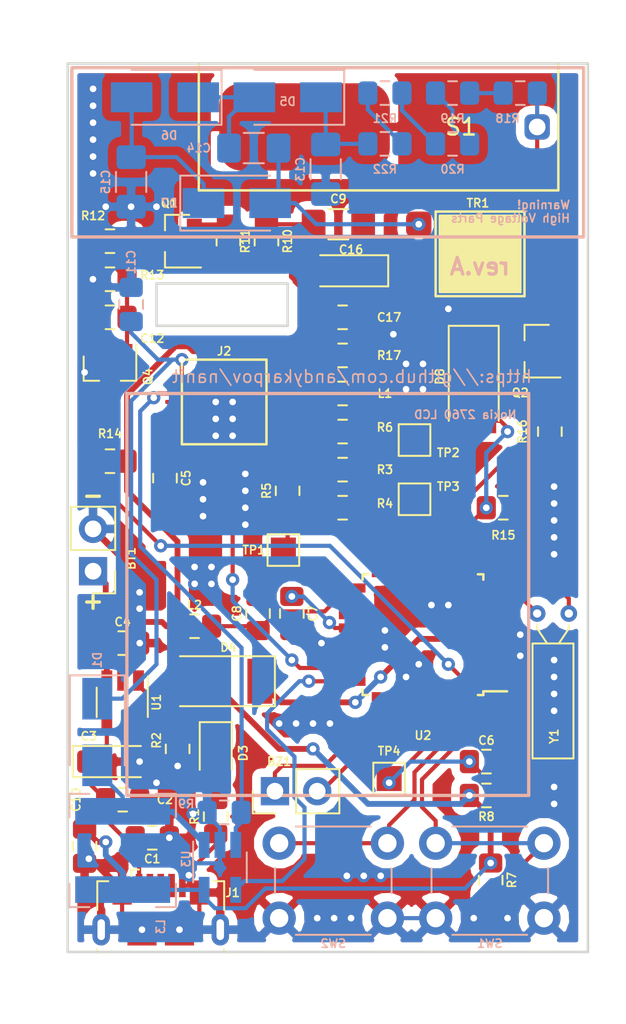
<source format=kicad_pcb>
(kicad_pcb (version 20171130) (host pcbnew 5.0.2-bee76a0~70~ubuntu18.04.1)
  (layers (0 F.Cu signal) (31 B.Cu signal) (34 B.Paste user) (35 F.Paste user) (36 B.SilkS user) (37 F.SilkS user) (38 B.Mask user) (39 F.Mask user) (44 Edge.Cuts user))
  (net 0 "")
  (net 1 "Net-(Q1-Pad1)")
  (net 2 "Net-(Q1-Pad3)")
  (net 3 "Net-(U2-Pad2)")
  (net 4 "Net-(U2-Pad7)")
  (net 5 "Net-(U2-Pad8)")
  (net 6 "Net-(U2-Pad10)")
  (net 7 "Net-(U2-Pad11)")
  (net 8 "Net-(U2-Pad13)")
  (net 9 "Net-(U2-Pad19)")
  (net 10 "Net-(U2-Pad22)")
  (net 11 "Net-(U2-Pad27)")
  (net 12 "Net-(U2-Pad28)")
  (net 13 "Net-(U2-Pad30)")
  (net 14 "Net-(D1-Pad2)")
  (net 15 "Net-(J1-Pad2)")
  (net 16 "Net-(J1-Pad4)")
  (net 17 "Net-(J1-Pad3)")
  (net 18 "Net-(C14-Pad2)")
  (net 19 "Net-(D8-Pad1)")
  (net 20 "Net-(C6-Pad1)")
  (net 21 "Net-(R5-Pad1)")
  (net 22 "Net-(R4-Pad1)")
  (net 23 "Net-(R6-Pad1)")
  (net 24 "Net-(C9-Pad1)")
  (net 25 GNDD)
  (net 26 VCC)
  (net 27 Sensor)
  (net 28 LCD_BK)
  (net 29 "Net-(R21-Pad1)")
  (net 30 "Net-(C13-Pad1)")
  (net 31 "Net-(R20-Pad1)")
  (net 32 "Net-(R19-Pad1)")
  (net 33 "Net-(R18-Pad1)")
  (net 34 "Net-(L1-Pad1)")
  (net 35 "Net-(C16-Pad1)")
  (net 36 "Net-(C12-Pad1)")
  (net 37 "Net-(R2-Pad1)")
  (net 38 "Net-(D3-Pad2)")
  (net 39 "Net-(C1-Pad1)")
  (net 40 LCD_SDA)
  (net 41 HV_Detect)
  (net 42 Pump)
  (net 43 LCD_SCLK)
  (net 44 LCD_RST)
  (net 45 "Net-(C9-Pad2)")
  (net 46 LCD_CS)
  (net 47 "Net-(R3-Pad1)")
  (net 48 "Net-(D3-Pad1)")
  (net 49 "Net-(D4-Pad1)")
  (net 50 "Net-(C8-Pad1)")
  (net 51 "Net-(C7-Pad1)")
  (net 52 LCD_VCC)
  (net 53 "Net-(BZ1-Pad1)")
  (net 54 "Net-(BZ1-Pad2)")
  (net 55 "Net-(SW2-Pad2)")
  (net 56 "Net-(C15-Pad1)")
  (net 57 "Net-(C14-Pad1)")
  (net 58 "Net-(R7-Pad2)")
  (net 59 LCD_BK+)
  (net 60 LCD_BK-)
  (module Inductor_SMD:L_Bourns-SRN6028 (layer B.Cu) (at 117.602 123.444 90)
    (fp_text reference L3 (at -4.572 2.286 90) (layer B.SilkS) (effects (font (size 0.5 0.5) (thickness 0.1)) (justify mirror)))
    (fp_text value 22uH)
    (pad 1 smd rect (at -2.35 0 90) (size 1.6 5.7) (layers B.Cu B.Paste B.Mask) (net 26 VCC))
    (pad 2 smd rect (at 2.35 0 90) (size 1.6 5.7) (layers B.Cu B.Paste B.Mask) (net 14 "Net-(D1-Pad2)"))
  )
  (module Capacitor_SMD:C_0805_2012Metric_Pad1.15x1.40mm_HandSolder (layer B.Cu) (at 118.11 90.669 90)
    (fp_text reference C11 (at 2.54 0 90) (layer B.SilkS) (effects (font (size 0.5 0.5) (thickness 0.1)) (justify mirror)))
    (fp_text value 22nF)
    (pad 2 smd roundrect (at 1.025 0 90) (size 1.15 1.4) (layers B.Cu B.Paste B.Mask) (roundrect_rratio 0.217391) (net 25 GNDD))
    (pad 1 smd roundrect (at -1.025 0 90) (size 1.15 1.4) (layers B.Cu B.Paste B.Mask) (roundrect_rratio 0.217391) (net 59 LCD_BK+))
  )
  (module Capacitor_SMD:C_0805_2012Metric_Pad1.15x1.40mm_HandSolder (layer F.Cu) (at 115.316 123.19 270)
    (fp_text reference C10 (at -2.794 0.508 270) (layer F.SilkS) (effects (font (size 0.5 0.5) (thickness 0.1))))
    (fp_text value 1uF)
    (pad 1 smd roundrect (at -1.025 0 270) (size 1.15 1.4) (layers F.Cu F.Paste F.Mask) (roundrect_rratio 0.217391) (net 26 VCC))
    (pad 2 smd roundrect (at 1.025 0 270) (size 1.15 1.4) (layers F.Cu F.Paste F.Mask) (roundrect_rratio 0.217391) (net 25 GNDD))
  )
  (module Diode_SMD:D_SMA (layer B.Cu) (at 116.078 116.332 270)
    (fp_text reference D1 (at -4.318 0 270) (layer B.SilkS) (effects (font (size 0.5 0.5) (thickness 0.1)) (justify mirror)))
    (fp_text value SS14)
    (pad 1 smd rect (at -2 0 270) (size 2.5 1.8) (layers B.Cu B.Paste B.Mask) (net 59 LCD_BK+))
    (pad 2 smd rect (at 2 0 270) (size 2.5 1.8) (layers B.Cu B.Paste B.Mask) (net 14 "Net-(D1-Pad2)"))
  )
  (module Package_TO_SOT_SMD:SOT-23-5_HandSoldering (layer B.Cu) (at 123.444 124.46 270)
    (fp_text reference U3 (at -0.508 2.032 270) (layer B.SilkS) (effects (font (size 0.5 0.5) (thickness 0.1)) (justify mirror)))
    (fp_text value LT1937)
    (pad 1 smd rect (at -1.35 0.95 270) (size 1.56 0.65) (layers B.Cu B.Paste B.Mask) (net 14 "Net-(D1-Pad2)"))
    (pad 2 smd rect (at -1.35 0 270) (size 1.56 0.65) (layers B.Cu B.Paste B.Mask) (net 25 GNDD))
    (pad 3 smd rect (at -1.35 -0.95 270) (size 1.56 0.65) (layers B.Cu B.Paste B.Mask) (net 60 LCD_BK-))
    (pad 4 smd rect (at 1.35 -0.95 270) (size 1.56 0.65) (layers B.Cu B.Paste B.Mask) (net 28 LCD_BK))
    (pad 5 smd rect (at 1.35 0.95 270) (size 1.56 0.65) (layers B.Cu B.Paste B.Mask) (net 26 VCC))
  )
  (module Sensors_Radiation:LCD2600 (layer F.Cu) (at 123.698 92.456)
    (fp_text reference J2 (at 0 1.016) (layer F.SilkS) (effects (font (size 0.5 0.5) (thickness 0.1))))
    (fp_text value "Nokia 2660/2760 mini" hide)
    (pad 1 smd roundrect (at 2.54 5.08) (size 2 0.25) (layers F.Cu F.Paste F.Mask) (net 43 LCD_SCLK))
    (pad 2 smd roundrect (at 2.54 4.572) (size 2 0.25) (layers F.Cu F.Paste F.Mask) (net 40 LCD_SDA))
    (pad 3 smd roundrect (at 2.54 4.064) (size 2 0.25) (layers F.Cu F.Paste F.Mask) (net 25 GNDD))
    (pad 4 smd roundrect (at 2.54 3.556) (size 2 0.25) (layers F.Cu F.Paste F.Mask) (net 46 LCD_CS))
    (pad 5 smd roundrect (at 2.54 3.048) (size 2 0.25) (layers F.Cu F.Paste F.Mask) (net 44 LCD_RST))
    (pad 6 smd roundrect (at -2.54 3.048) (size 2 0.25) (layers F.Cu F.Paste F.Mask) (net 59 LCD_BK+))
    (pad 7 smd roundrect (at -2.54 3.556) (size 2 0.25) (layers F.Cu F.Paste F.Mask) (net 60 LCD_BK-))
    (pad 8 smd roundrect (at -2.54 4.064) (size 2 0.25) (layers F.Cu F.Paste F.Mask) (net 25 GNDD))
    (pad 9 smd roundrect (at -2.54 4.572) (size 2 0.25) (layers F.Cu F.Paste F.Mask) (net 52 LCD_VCC))
    (pad 10 smd roundrect (at -2.54 5.08) (size 2 0.25) (layers F.Cu F.Paste F.Mask) (net 52 LCD_VCC))
  )
  (module Diode_SMD:D_SMA (layer B.Cu) (at 127.508 78.232 180)
    (fp_text reference D5 (at 0 -0.254 180) (layer B.SilkS) (effects (font (size 0.5 0.5) (thickness 0.1)) (justify mirror)))
    (fp_text value US1M)
    (pad 1 smd rect (at -2 0 180) (size 2.5 1.8) (layers B.Cu B.Paste B.Mask) (net 30 "Net-(C13-Pad1)"))
    (pad 2 smd rect (at 2 0 180) (size 2.5 1.8) (layers B.Cu B.Paste B.Mask) (net 57 "Net-(C14-Pad1)"))
  )
  (module Diode_SMD:D_SMA (layer B.Cu) (at 120.142 78.232 180)
    (fp_text reference D6 (at -0.254 -2.286 180) (layer B.SilkS) (effects (font (size 0.5 0.5) (thickness 0.1)) (justify mirror)))
    (fp_text value US1M)
    (pad 2 smd rect (at 2 0 180) (size 2.5 1.8) (layers B.Cu B.Paste B.Mask) (net 56 "Net-(C15-Pad1)"))
    (pad 1 smd rect (at -2 0 180) (size 2.5 1.8) (layers B.Cu B.Paste B.Mask) (net 57 "Net-(C14-Pad1)"))
  )
  (module Diode_SMD:D_SMA (layer B.Cu) (at 124.46 84.582)
    (fp_text reference D7 (at -4.064 0) (layer B.SilkS) (effects (font (size 0.5 0.5) (thickness 0.1)) (justify mirror)))
    (fp_text value US1M)
    (pad 1 smd rect (at -2 0) (size 2.5 1.8) (layers B.Cu B.Paste B.Mask) (net 56 "Net-(C15-Pad1)"))
    (pad 2 smd rect (at 2 0) (size 2.5 1.8) (layers B.Cu B.Paste B.Mask) (net 18 "Net-(C14-Pad2)"))
  )
  (module Capacitor_SMD:C_1206_3216Metric_Pad1.42x1.75mm_HandSolder (layer B.Cu) (at 125.476 81.28)
    (fp_text reference C14 (at -3.302 0) (layer B.SilkS) (effects (font (size 0.5 0.5) (thickness 0.1)) (justify mirror)))
    (fp_text value 100nF)
    (pad 1 smd roundrect (at -1.4875 0) (size 1.425 1.75) (layers B.Cu B.Paste B.Mask) (roundrect_rratio 0.175439) (net 57 "Net-(C14-Pad1)"))
    (pad 2 smd roundrect (at 1.4875 0) (size 1.425 1.75) (layers B.Cu B.Paste B.Mask) (roundrect_rratio 0.175439) (net 18 "Net-(C14-Pad2)"))
  )
  (module Capacitor_SMD:C_1206_3216Metric_Pad1.42x1.75mm_HandSolder (layer B.Cu) (at 129.794 82.55 270)
    (fp_text reference C13 (at 0 1.524 270) (layer B.SilkS) (effects (font (size 0.5 0.5) (thickness 0.1)) (justify mirror)))
    (fp_text value 100nF)
    (pad 2 smd roundrect (at 1.4875 0 270) (size 1.425 1.75) (layers B.Cu B.Paste B.Mask) (roundrect_rratio 0.175439) (net 25 GNDD))
    (pad 1 smd roundrect (at -1.4875 0 270) (size 1.425 1.75) (layers B.Cu B.Paste B.Mask) (roundrect_rratio 0.175439) (net 30 "Net-(C13-Pad1)"))
  )
  (module Capacitor_SMD:C_1206_3216Metric_Pad1.42x1.75mm_HandSolder (layer B.Cu) (at 118.11 83.312 270)
    (fp_text reference C15 (at 0 1.524 270) (layer B.SilkS) (effects (font (size 0.5 0.5) (thickness 0.1)) (justify mirror)))
    (fp_text value 100nF)
    (pad 1 smd roundrect (at -1.4875 0 270) (size 1.425 1.75) (layers B.Cu B.Paste B.Mask) (roundrect_rratio 0.175439) (net 56 "Net-(C15-Pad1)"))
    (pad 2 smd roundrect (at 1.4875 0 270) (size 1.425 1.75) (layers B.Cu B.Paste B.Mask) (roundrect_rratio 0.175439) (net 25 GNDD))
  )
  (module Diode_SMD:D_MELF (layer F.Cu) (at 138.684 95.25 270)
    (fp_text reference D8 (at -0.254 2.032 270) (layer F.SilkS) (effects (font (size 0.5 0.5) (thickness 0.1))))
    (fp_text value BZV55C18)
    (pad 1 smd rect (at -2.4 0 270) (size 1.5 2.7) (layers F.Cu F.Paste F.Mask) (net 19 "Net-(D8-Pad1)"))
    (pad 2 smd rect (at 2.4 0 270) (size 1.5 2.7) (layers F.Cu F.Paste F.Mask) (net 41 HV_Detect))
  )
  (module Sensors_Radiation:CEEH54 (layer F.Cu) (at 138.43 82.55)
    (fp_text reference TR1 (at 0.508 2.032) (layer F.SilkS) (effects (font (size 0.5 0.5) (thickness 0.1))))
    (fp_text value CEEH54 hide)
    (pad 4 smd roundrect (at 4.318 6.858) (size 1.524 1.524) (layers F.Cu F.Paste F.Mask) (net 19 "Net-(D8-Pad1)"))
    (pad 6 smd roundrect (at 4.318 3.302) (size 1.524 1.524) (layers F.Cu F.Paste F.Mask) (net 19 "Net-(D8-Pad1)"))
    (pad 3 smd roundrect (at -3.048 6.858) (size 1.524 1.524) (layers F.Cu F.Paste F.Mask) (net 35 "Net-(C16-Pad1)"))
    (pad 2 smd roundrect (at -3.048 5.08) (size 1.524 1) (layers F.Cu F.Paste F.Mask))
    (pad 1 smd roundrect (at -3.048 3.302) (size 1.524 1.524) (layers F.Cu F.Paste F.Mask) (net 18 "Net-(C14-Pad2)"))
  )
  (module Capacitor_SMD:C_0805_2012Metric_Pad1.15x1.40mm_HandSolder (layer F.Cu) (at 120.142 101.092 270)
    (fp_text reference C5 (at 0 -1.27 270) (layer F.SilkS) (effects (font (size 0.5 0.5) (thickness 0.1))))
    (fp_text value 100nF)
    (pad 2 smd roundrect (at 1.025 0 270) (size 1.15 1.4) (layers F.Cu F.Paste F.Mask) (roundrect_rratio 0.217391) (net 25 GNDD))
    (pad 1 smd roundrect (at -1.025 0 270) (size 1.15 1.4) (layers F.Cu F.Paste F.Mask) (roundrect_rratio 0.217391) (net 52 LCD_VCC))
  )
  (module Resistor_SMD:R_0805_2012Metric_Pad1.15x1.40mm_HandSolder (layer F.Cu) (at 139.446 120.142)
    (fp_text reference R8 (at 0 1.27) (layer F.SilkS) (effects (font (size 0.5 0.5) (thickness 0.1))))
    (fp_text value 10k)
    (pad 2 smd roundrect (at 1.025 0) (size 1.15 1.4) (layers F.Cu F.Paste F.Mask) (roundrect_rratio 0.217391) (net 20 "Net-(C6-Pad1)"))
    (pad 1 smd roundrect (at -1.025 0) (size 1.15 1.4) (layers F.Cu F.Paste F.Mask) (roundrect_rratio 0.217391) (net 26 VCC))
  )
  (module Button_Switch_THT:SW_PUSH_6mm (layer B.Cu) (at 127 127.508)
    (fp_text reference SW2 (at 3.25 1.524) (layer B.SilkS) (effects (font (size 0.5 0.5) (thickness 0.1)) (justify mirror)))
    (fp_text value "Button 2")
    (pad 1 thru_hole circle (at 6.5 0 270) (size 2 2) (drill 1.1) (layers *.Cu *.Mask) (net 25 GNDD))
    (pad 2 thru_hole circle (at 6.5 -4.5 270) (size 2 2) (drill 1.1) (layers *.Cu *.Mask) (net 55 "Net-(SW2-Pad2)"))
    (pad 1 thru_hole circle (at 0 0 270) (size 2 2) (drill 1.1) (layers *.Cu *.Mask) (net 25 GNDD))
    (pad 2 thru_hole circle (at 0 -4.5 270) (size 2 2) (drill 1.1) (layers *.Cu *.Mask) (net 55 "Net-(SW2-Pad2)"))
  )
  (module Button_Switch_THT:SW_PUSH_6mm (layer B.Cu) (at 136.398 127.508)
    (fp_text reference SW1 (at 3.25 1.524) (layer B.SilkS) (effects (font (size 0.5 0.5) (thickness 0.1)) (justify mirror)))
    (fp_text value "Button 1")
    (pad 1 thru_hole circle (at 6.5 0 270) (size 2 2) (drill 1.1) (layers *.Cu *.Mask) (net 25 GNDD))
    (pad 2 thru_hole circle (at 6.5 -4.5 270) (size 2 2) (drill 1.1) (layers *.Cu *.Mask) (net 58 "Net-(R7-Pad2)"))
    (pad 1 thru_hole circle (at 0 0 270) (size 2 2) (drill 1.1) (layers *.Cu *.Mask) (net 25 GNDD))
    (pad 2 thru_hole circle (at 0 -4.5 270) (size 2 2) (drill 1.1) (layers *.Cu *.Mask) (net 58 "Net-(R7-Pad2)"))
  )
  (module Capacitor_SMD:C_0805_2012Metric_Pad1.15x1.40mm_HandSolder (layer F.Cu) (at 130.81 91.44 180)
    (fp_text reference C17 (at -2.794 0 180) (layer F.SilkS) (effects (font (size 0.5 0.5) (thickness 0.1))))
    (fp_text value 100nF)
    (pad 2 smd roundrect (at 1.025 0 180) (size 1.15 1.4) (layers F.Cu F.Paste F.Mask) (roundrect_rratio 0.217391) (net 25 GNDD))
    (pad 1 smd roundrect (at -1.025 0 180) (size 1.15 1.4) (layers F.Cu F.Paste F.Mask) (roundrect_rratio 0.217391) (net 35 "Net-(C16-Pad1)"))
  )
  (module Capacitor_SMD:C_0805_2012Metric_Pad1.15x1.40mm_HandSolder (layer F.Cu) (at 119.38 122.682)
    (fp_text reference C1 (at 0 1.27) (layer F.SilkS) (effects (font (size 0.5 0.5) (thickness 0.1))))
    (fp_text value 100nF)
    (pad 2 smd roundrect (at 1.025 0) (size 1.15 1.4) (layers F.Cu F.Paste F.Mask) (roundrect_rratio 0.217391) (net 25 GNDD))
    (pad 1 smd roundrect (at -1.025 0) (size 1.15 1.4) (layers F.Cu F.Paste F.Mask) (roundrect_rratio 0.217391) (net 39 "Net-(C1-Pad1)"))
  )
  (module Capacitor_SMD:C_0805_2012Metric_Pad1.15x1.40mm_HandSolder (layer F.Cu) (at 117.602 120.396)
    (fp_text reference C2 (at 2.54 0) (layer F.SilkS) (effects (font (size 0.5 0.5) (thickness 0.1))))
    (fp_text value 1uF)
    (pad 2 smd roundrect (at 1.025 0) (size 1.15 1.4) (layers F.Cu F.Paste F.Mask) (roundrect_rratio 0.217391) (net 25 GNDD))
    (pad 1 smd roundrect (at -1.025 0) (size 1.15 1.4) (layers F.Cu F.Paste F.Mask) (roundrect_rratio 0.217391) (net 39 "Net-(C1-Pad1)"))
  )
  (module Capacitor_SMD:C_0805_2012Metric_Pad1.15x1.40mm_HandSolder (layer F.Cu) (at 117.602 110.998)
    (fp_text reference C4 (at 0 -1.27) (layer F.SilkS) (effects (font (size 0.5 0.5) (thickness 0.1))))
    (fp_text value 100nF)
    (pad 2 smd roundrect (at 1.025 0) (size 1.15 1.4) (layers F.Cu F.Paste F.Mask) (roundrect_rratio 0.217391) (net 25 GNDD))
    (pad 1 smd roundrect (at -1.025 0) (size 1.15 1.4) (layers F.Cu F.Paste F.Mask) (roundrect_rratio 0.217391) (net 26 VCC))
  )
  (module Capacitor_SMD:C_0805_2012Metric_Pad1.15x1.40mm_HandSolder (layer F.Cu) (at 139.446 118.11)
    (fp_text reference C6 (at 0 -1.27) (layer F.SilkS) (effects (font (size 0.5 0.5) (thickness 0.1))))
    (fp_text value 100nF)
    (pad 2 smd roundrect (at 1.025 0) (size 1.15 1.4) (layers F.Cu F.Paste F.Mask) (roundrect_rratio 0.217391) (net 25 GNDD))
    (pad 1 smd roundrect (at -1.025 0) (size 1.15 1.4) (layers F.Cu F.Paste F.Mask) (roundrect_rratio 0.217391) (net 20 "Net-(C6-Pad1)"))
  )
  (module Capacitor_SMD:C_0805_2012Metric_Pad1.15x1.40mm_HandSolder (layer F.Cu) (at 127.762 109.22 270)
    (fp_text reference C7 (at 0 -1.27 270) (layer F.SilkS) (effects (font (size 0.5 0.5) (thickness 0.1))))
    (fp_text value 100nF)
    (pad 2 smd roundrect (at 1.025 0 270) (size 1.15 1.4) (layers F.Cu F.Paste F.Mask) (roundrect_rratio 0.217391) (net 25 GNDD))
    (pad 1 smd roundrect (at -1.025 0 270) (size 1.15 1.4) (layers F.Cu F.Paste F.Mask) (roundrect_rratio 0.217391) (net 51 "Net-(C7-Pad1)"))
  )
  (module Capacitor_SMD:C_0805_2012Metric_Pad1.15x1.40mm_HandSolder (layer F.Cu) (at 125.73 109.22 90)
    (fp_text reference C8 (at 0 -1.27 90) (layer F.SilkS) (effects (font (size 0.5 0.5) (thickness 0.1))))
    (fp_text value 100nF)
    (pad 2 smd roundrect (at 1.025 0 90) (size 1.15 1.4) (layers F.Cu F.Paste F.Mask) (roundrect_rratio 0.217391) (net 25 GNDD))
    (pad 1 smd roundrect (at -1.025 0 90) (size 1.15 1.4) (layers F.Cu F.Paste F.Mask) (roundrect_rratio 0.217391) (net 50 "Net-(C8-Pad1)"))
  )
  (module Capacitor_SMD:C_0805_2012Metric_Pad1.15x1.40mm_HandSolder (layer F.Cu) (at 116.84 91.44 180)
    (fp_text reference C12 (at -2.54 -1.27 180) (layer F.SilkS) (effects (font (size 0.5 0.5) (thickness 0.1))))
    (fp_text value 220pF)
    (pad 2 smd roundrect (at 1.025 0 180) (size 1.15 1.4) (layers F.Cu F.Paste F.Mask) (roundrect_rratio 0.217391) (net 25 GNDD))
    (pad 1 smd roundrect (at -1.025 0 180) (size 1.15 1.4) (layers F.Cu F.Paste F.Mask) (roundrect_rratio 0.217391) (net 36 "Net-(C12-Pad1)"))
  )
  (module Capacitor_SMD:C_1206_3216Metric_Pad1.42x1.75mm_HandSolder (layer F.Cu) (at 130.556 85.852 180)
    (fp_text reference C9 (at 0 1.524 180) (layer F.SilkS) (effects (font (size 0.5 0.5) (thickness 0.1))))
    (fp_text value 10pF)
    (pad 2 smd roundrect (at 1.4875 0 180) (size 1.425 1.75) (layers F.Cu F.Paste F.Mask) (roundrect_rratio 0.175439) (net 45 "Net-(C9-Pad2)"))
    (pad 1 smd roundrect (at -1.4875 0 180) (size 1.425 1.75) (layers F.Cu F.Paste F.Mask) (roundrect_rratio 0.175439) (net 24 "Net-(C9-Pad1)"))
  )
  (module Capacitor_Tantalum_SMD:CP_EIA-3216-18_Kemet-A_Pad1.58x1.35mm_HandSolder (layer F.Cu) (at 117.094 118.11)
    (fp_text reference C3 (at -1.524 -1.524) (layer F.SilkS) (effects (font (size 0.5 0.5) (thickness 0.1))))
    (fp_text value 10uF)
    (pad 2 smd roundrect (at 1.4375 0) (size 1.575 1.35) (layers F.Cu F.Paste F.Mask) (roundrect_rratio 0.185185) (net 25 GNDD))
    (pad 1 smd roundrect (at -1.4375 0) (size 1.575 1.35) (layers F.Cu F.Paste F.Mask) (roundrect_rratio 0.185185) (net 39 "Net-(C1-Pad1)"))
  )
  (module Capacitor_Tantalum_SMD:CP_EIA-3216-18_Kemet-A_Pad1.58x1.35mm_HandSolder (layer F.Cu) (at 131.064 88.646 180)
    (fp_text reference C16 (at -0.254 1.27 180) (layer F.SilkS) (effects (font (size 0.5 0.5) (thickness 0.1))))
    (fp_text value 47uF)
    (pad 2 smd roundrect (at 1.4375 0 180) (size 1.575 1.35) (layers F.Cu F.Paste F.Mask) (roundrect_rratio 0.185185) (net 25 GNDD))
    (pad 1 smd roundrect (at -1.4375 0 180) (size 1.575 1.35) (layers F.Cu F.Paste F.Mask) (roundrect_rratio 0.185185) (net 35 "Net-(C16-Pad1)"))
  )
  (module Connector_PinHeader_2.54mm:PinHeader_1x02_P2.54mm_Vertical (layer F.Cu) (at 126.746 119.888 90)
    (fp_text reference BZ1 (at 1.778 0.254) (layer F.SilkS) (effects (font (size 0.5 0.5) (thickness 0.1))))
    (fp_text value Buzzer)
    (pad 2 thru_hole oval (at 0 2.54 90) (size 1.7 1.7) (drill 1) (layers *.Cu *.Mask) (net 54 "Net-(BZ1-Pad2)"))
    (pad 1 thru_hole rect (at 0 0 90) (size 1.7 1.7) (drill 1) (layers *.Cu *.Mask) (net 53 "Net-(BZ1-Pad1)"))
  )
  (module Connector_PinHeader_2.54mm:PinHeader_1x02_P2.54mm_Vertical (layer F.Cu) (at 115.824 106.68 180)
    (fp_text reference BT1 (at -2.286 0.762 90) (layer F.SilkS) (effects (font (size 0.5 0.5) (thickness 0.1))))
    (fp_text value 3.7V hide)
    (pad 2 thru_hole oval (at 0 2.54 180) (size 1.7 1.7) (drill 1) (layers *.Cu *.Mask) (net 25 GNDD))
    (pad 1 thru_hole rect (at 0 0 180) (size 1.7 1.7) (drill 1) (layers *.Cu *.Mask) (net 26 VCC))
  )
  (module Diode_SMD:D_MELF (layer F.Cu) (at 123.444 113.284 180)
    (fp_text reference D4 (at -0.508 2.032 180) (layer F.SilkS) (effects (font (size 0.5 0.5) (thickness 0.1))))
    (fp_text value 1N4148)
    (pad 2 smd rect (at 2.4 0 180) (size 1.5 2.7) (layers F.Cu F.Paste F.Mask) (net 26 VCC))
    (pad 1 smd rect (at -2.4 0 180) (size 1.5 2.7) (layers F.Cu F.Paste F.Mask) (net 49 "Net-(D4-Pad1)"))
  )
  (module Inductor_SMD:L_0805_2012Metric_Pad1.15x1.40mm_HandSolder (layer F.Cu) (at 130.81 96.012 180)
    (fp_text reference L1 (at -2.54 0 180) (layer F.SilkS) (effects (font (size 0.5 0.5) (thickness 0.1))))
    (fp_text value 10uH)
    (pad 2 smd roundrect (at 1.025 0 180) (size 1.15 1.4) (layers F.Cu F.Paste F.Mask) (roundrect_rratio 0.217391) (net 26 VCC))
    (pad 1 smd roundrect (at -1.025 0 180) (size 1.15 1.4) (layers F.Cu F.Paste F.Mask) (roundrect_rratio 0.217391) (net 34 "Net-(L1-Pad1)"))
  )
  (module Inductor_SMD:L_0805_2012Metric_Pad1.15x1.40mm_HandSolder (layer F.Cu) (at 121.92 109.982)
    (fp_text reference L2 (at 0 -1.27) (layer F.SilkS) (effects (font (size 0.5 0.5) (thickness 0.1))))
    (fp_text value 10uH)
    (pad 2 smd roundrect (at 1.025 0) (size 1.15 1.4) (layers F.Cu F.Paste F.Mask) (roundrect_rratio 0.217391) (net 50 "Net-(C8-Pad1)"))
    (pad 1 smd roundrect (at -1.025 0) (size 1.15 1.4) (layers F.Cu F.Paste F.Mask) (roundrect_rratio 0.217391) (net 26 VCC))
  )
  (module LED_SMD:LED_0805_2012Metric_Pad1.15x1.40mm_HandSolder (layer F.Cu) (at 123.19 117.602 270)
    (fp_text reference D3 (at 0 -1.65 270) (layer F.SilkS) (effects (font (size 0.5 0.5) (thickness 0.1))))
    (fp_text value Charging hide)
    (pad 2 smd roundrect (at 1.025 0 270) (size 1.15 1.4) (layers F.Cu F.Paste F.Mask) (roundrect_rratio 0.217391) (net 38 "Net-(D3-Pad2)"))
    (pad 1 smd roundrect (at -1.025 0 270) (size 1.15 1.4) (layers F.Cu F.Paste F.Mask) (roundrect_rratio 0.217391) (net 48 "Net-(D3-Pad1)"))
  )
  (module Package_TO_SOT_SMD:SOT-23 (layer F.Cu) (at 116.84 94.488 270)
    (fp_text reference Q4 (at 0.508 -2.286 270) (layer F.SilkS) (effects (font (size 0.5 0.5) (thickness 0.1))))
    (fp_text value BC847)
    (pad 3 smd rect (at 1 0 270) (size 0.9 0.8) (layers F.Cu F.Paste F.Mask) (net 27 Sensor))
    (pad 2 smd rect (at -1 0.95 270) (size 0.9 0.8) (layers F.Cu F.Paste F.Mask) (net 25 GNDD))
    (pad 1 smd rect (at -1 -0.95 270) (size 0.9 0.8) (layers F.Cu F.Paste F.Mask) (net 36 "Net-(C12-Pad1)"))
  )
  (module Package_TO_SOT_SMD:SOT-23 (layer F.Cu) (at 142.494 93.472 180)
    (fp_text reference Q2 (at 1.016 -2.5 180) (layer F.SilkS) (effects (font (size 0.5 0.5) (thickness 0.1))))
    (fp_text value IRLML6344)
    (pad 3 smd rect (at 1 0 180) (size 0.9 0.8) (layers F.Cu F.Paste F.Mask) (net 19 "Net-(D8-Pad1)"))
    (pad 2 smd rect (at -1 0.95 180) (size 0.9 0.8) (layers F.Cu F.Paste F.Mask) (net 25 GNDD))
    (pad 1 smd rect (at -1 -0.95 180) (size 0.9 0.8) (layers F.Cu F.Paste F.Mask) (net 42 Pump))
  )
  (module Package_TO_SOT_SMD:SOT-23 (layer F.Cu) (at 120.904 86.868 180)
    (fp_text reference Q1 (at 0.508 2.286 180) (layer F.SilkS) (effects (font (size 0.5 0.5) (thickness 0.1))))
    (fp_text value BC857)
    (pad 3 smd rect (at 1 0 180) (size 0.9 0.8) (layers F.Cu F.Paste F.Mask) (net 2 "Net-(Q1-Pad3)"))
    (pad 2 smd rect (at -1 0.95 180) (size 0.9 0.8) (layers F.Cu F.Paste F.Mask) (net 26 VCC))
    (pad 1 smd rect (at -1 -0.95 180) (size 0.9 0.8) (layers F.Cu F.Paste F.Mask) (net 1 "Net-(Q1-Pad1)"))
  )
  (module Resistor_SMD:R_0805_2012Metric_Pad1.15x1.40mm_HandSolder (layer F.Cu) (at 130.81 100.584 180)
    (fp_text reference R3 (at -2.54 0 180) (layer F.SilkS) (effects (font (size 0.5 0.5) (thickness 0.1))))
    (fp_text value 4k7)
    (pad 2 smd roundrect (at 1.025 0 180) (size 1.15 1.4) (layers F.Cu F.Paste F.Mask) (roundrect_rratio 0.217391) (net 46 LCD_CS))
    (pad 1 smd roundrect (at -1.025 0 180) (size 1.15 1.4) (layers F.Cu F.Paste F.Mask) (roundrect_rratio 0.217391) (net 47 "Net-(R3-Pad1)"))
  )
  (module Resistor_SMD:R_0805_2012Metric_Pad1.15x1.40mm_HandSolder (layer F.Cu) (at 126.238 86.868 270)
    (fp_text reference R10 (at 0 -1.27 270) (layer F.SilkS) (effects (font (size 0.5 0.5) (thickness 0.1))))
    (fp_text value 1k5)
    (pad 2 smd roundrect (at 1.025 0 270) (size 1.15 1.4) (layers F.Cu F.Paste F.Mask) (roundrect_rratio 0.217391) (net 1 "Net-(Q1-Pad1)"))
    (pad 1 smd roundrect (at -1.025 0 270) (size 1.15 1.4) (layers F.Cu F.Paste F.Mask) (roundrect_rratio 0.217391) (net 45 "Net-(C9-Pad2)"))
  )
  (module Resistor_SMD:R_0805_2012Metric_Pad1.15x1.40mm_HandSolder (layer B.Cu) (at 123.698 121.158 180)
    (fp_text reference R9 (at 2.286 0.508 180) (layer B.SilkS) (effects (font (size 0.5 0.5) (thickness 0.1)) (justify mirror)))
    (fp_text value 6.34)
    (pad 2 smd roundrect (at 1.025 0 180) (size 1.15 1.4) (layers B.Cu B.Paste B.Mask) (roundrect_rratio 0.217391) (net 25 GNDD))
    (pad 1 smd roundrect (at -1.025 0 180) (size 1.15 1.4) (layers B.Cu B.Paste B.Mask) (roundrect_rratio 0.217391) (net 60 LCD_BK-))
  )
  (module Resistor_SMD:R_0805_2012Metric_Pad1.15x1.40mm_HandSolder (layer F.Cu) (at 139.7 125.222 270)
    (fp_text reference R7 (at 0 -1.27 270) (layer F.SilkS) (effects (font (size 0.5 0.5) (thickness 0.1))))
    (fp_text value 10k)
    (pad 2 smd roundrect (at 1.025 0 270) (size 1.15 1.4) (layers F.Cu F.Paste F.Mask) (roundrect_rratio 0.217391) (net 58 "Net-(R7-Pad2)"))
    (pad 1 smd roundrect (at -1.025 0 270) (size 1.15 1.4) (layers F.Cu F.Paste F.Mask) (roundrect_rratio 0.217391) (net 26 VCC))
  )
  (module Resistor_SMD:R_0805_2012Metric_Pad1.15x1.40mm_HandSolder (layer F.Cu) (at 130.81 98.298 180)
    (fp_text reference R6 (at -2.54 0.254 180) (layer F.SilkS) (effects (font (size 0.5 0.5) (thickness 0.1))))
    (fp_text value 4k7)
    (pad 2 smd roundrect (at 1.025 0 180) (size 1.15 1.4) (layers F.Cu F.Paste F.Mask) (roundrect_rratio 0.217391) (net 44 LCD_RST))
    (pad 1 smd roundrect (at -1.025 0 180) (size 1.15 1.4) (layers F.Cu F.Paste F.Mask) (roundrect_rratio 0.217391) (net 23 "Net-(R6-Pad1)"))
  )
  (module Resistor_SMD:R_0805_2012Metric_Pad1.15x1.40mm_HandSolder (layer F.Cu) (at 127.508 101.854 90)
    (fp_text reference R5 (at 0 -1.27 90) (layer F.SilkS) (effects (font (size 0.5 0.5) (thickness 0.1))))
    (fp_text value 4k7)
    (pad 2 smd roundrect (at 1.025 0 90) (size 1.15 1.4) (layers F.Cu F.Paste F.Mask) (roundrect_rratio 0.217391) (net 43 LCD_SCLK))
    (pad 1 smd roundrect (at -1.025 0 90) (size 1.15 1.4) (layers F.Cu F.Paste F.Mask) (roundrect_rratio 0.217391) (net 21 "Net-(R5-Pad1)"))
  )
  (module Resistor_SMD:R_0805_2012Metric_Pad1.15x1.40mm_HandSolder (layer F.Cu) (at 143.256 98.298 90)
    (fp_text reference R16 (at 0 -1.65 90) (layer F.SilkS) (effects (font (size 0.5 0.5) (thickness 0.1))))
    (fp_text value 1M)
    (pad 2 smd roundrect (at 1.025 0 90) (size 1.15 1.4) (layers F.Cu F.Paste F.Mask) (roundrect_rratio 0.217391) (net 42 Pump))
    (pad 1 smd roundrect (at -1.025 0 90) (size 1.15 1.4) (layers F.Cu F.Paste F.Mask) (roundrect_rratio 0.217391) (net 25 GNDD))
  )
  (module Resistor_SMD:R_0805_2012Metric_Pad1.15x1.40mm_HandSolder (layer F.Cu) (at 140.462 102.87 180)
    (fp_text reference R15 (at 0 -1.65 180) (layer F.SilkS) (effects (font (size 0.5 0.5) (thickness 0.1))))
    (fp_text value 750)
    (pad 2 smd roundrect (at 1.025 0 180) (size 1.15 1.4) (layers F.Cu F.Paste F.Mask) (roundrect_rratio 0.217391) (net 41 HV_Detect))
    (pad 1 smd roundrect (at -1.025 0 180) (size 1.15 1.4) (layers F.Cu F.Paste F.Mask) (roundrect_rratio 0.217391) (net 25 GNDD))
  )
  (module Resistor_SMD:R_0805_2012Metric_Pad1.15x1.40mm_HandSolder (layer F.Cu) (at 130.81 102.87 180)
    (fp_text reference R4 (at -2.54 0.254 180) (layer F.SilkS) (effects (font (size 0.5 0.5) (thickness 0.1))))
    (fp_text value 4k7)
    (pad 2 smd roundrect (at 1.025 0 180) (size 1.15 1.4) (layers F.Cu F.Paste F.Mask) (roundrect_rratio 0.217391) (net 40 LCD_SDA))
    (pad 1 smd roundrect (at -1.025 0 180) (size 1.15 1.4) (layers F.Cu F.Paste F.Mask) (roundrect_rratio 0.217391) (net 22 "Net-(R4-Pad1)"))
  )
  (module Resistor_SMD:R_0805_2012Metric_Pad1.15x1.40mm_HandSolder (layer F.Cu) (at 116.84 89.154)
    (fp_text reference R13 (at 2.54 -0.254) (layer F.SilkS) (effects (font (size 0.5 0.5) (thickness 0.1))))
    (fp_text value 10k)
    (pad 2 smd roundrect (at 1.025 0) (size 1.15 1.4) (layers F.Cu F.Paste F.Mask) (roundrect_rratio 0.217391) (net 36 "Net-(C12-Pad1)"))
    (pad 1 smd roundrect (at -1.025 0) (size 1.15 1.4) (layers F.Cu F.Paste F.Mask) (roundrect_rratio 0.217391) (net 25 GNDD))
  )
  (module Resistor_SMD:R_0805_2012Metric_Pad1.15x1.40mm_HandSolder (layer F.Cu) (at 123.19 121.412 90)
    (fp_text reference R1 (at 0 -1.27 90) (layer F.SilkS) (effects (font (size 0.5 0.5) (thickness 0.1))))
    (fp_text value 300)
    (pad 2 smd roundrect (at 1.025 0 90) (size 1.15 1.4) (layers F.Cu F.Paste F.Mask) (roundrect_rratio 0.217391) (net 38 "Net-(D3-Pad2)"))
    (pad 1 smd roundrect (at -1.025 0 90) (size 1.15 1.4) (layers F.Cu F.Paste F.Mask) (roundrect_rratio 0.217391) (net 39 "Net-(C1-Pad1)"))
  )
  (module Resistor_SMD:R_0805_2012Metric_Pad1.15x1.40mm_HandSolder (layer F.Cu) (at 120.904 117.348 270)
    (fp_text reference R2 (at -0.508 1.27 270) (layer F.SilkS) (effects (font (size 0.5 0.5) (thickness 0.1))))
    (fp_text value 2k*)
    (pad 2 smd roundrect (at 1.025 0 270) (size 1.15 1.4) (layers F.Cu F.Paste F.Mask) (roundrect_rratio 0.217391) (net 25 GNDD))
    (pad 1 smd roundrect (at -1.025 0 270) (size 1.15 1.4) (layers F.Cu F.Paste F.Mask) (roundrect_rratio 0.217391) (net 37 "Net-(R2-Pad1)"))
  )
  (module Resistor_SMD:R_0805_2012Metric_Pad1.15x1.40mm_HandSolder (layer F.Cu) (at 116.84 86.868)
    (fp_text reference R12 (at -1.016 -1.524) (layer F.SilkS) (effects (font (size 0.5 0.5) (thickness 0.1))))
    (fp_text value 10k)
    (pad 2 smd roundrect (at 1.025 0) (size 1.15 1.4) (layers F.Cu F.Paste F.Mask) (roundrect_rratio 0.217391) (net 2 "Net-(Q1-Pad3)"))
    (pad 1 smd roundrect (at -1.025 0) (size 1.15 1.4) (layers F.Cu F.Paste F.Mask) (roundrect_rratio 0.217391) (net 36 "Net-(C12-Pad1)"))
  )
  (module Resistor_SMD:R_0805_2012Metric_Pad1.15x1.40mm_HandSolder (layer F.Cu) (at 130.81 93.726)
    (fp_text reference R17 (at 2.794 0) (layer F.SilkS) (effects (font (size 0.5 0.5) (thickness 0.1))))
    (fp_text value 20)
    (pad 2 smd roundrect (at 1.025 0) (size 1.15 1.4) (layers F.Cu F.Paste F.Mask) (roundrect_rratio 0.217391) (net 35 "Net-(C16-Pad1)"))
    (pad 1 smd roundrect (at -1.025 0) (size 1.15 1.4) (layers F.Cu F.Paste F.Mask) (roundrect_rratio 0.217391) (net 34 "Net-(L1-Pad1)"))
  )
  (module Resistor_SMD:R_0805_2012Metric_Pad1.15x1.40mm_HandSolder (layer B.Cu) (at 141.478 77.978)
    (fp_text reference R18 (at -0.762 1.524) (layer B.SilkS) (effects (font (size 0.5 0.5) (thickness 0.1)) (justify mirror)))
    (fp_text value 1M)
    (pad 2 smd roundrect (at 1.025 0) (size 1.15 1.4) (layers B.Cu B.Paste B.Mask) (roundrect_rratio 0.217391) (net 24 "Net-(C9-Pad1)"))
    (pad 1 smd roundrect (at -1.025 0) (size 1.15 1.4) (layers B.Cu B.Paste B.Mask) (roundrect_rratio 0.217391) (net 33 "Net-(R18-Pad1)"))
  )
  (module Resistor_SMD:R_0805_2012Metric_Pad1.15x1.40mm_HandSolder (layer B.Cu) (at 137.414 77.978)
    (fp_text reference R19 (at 0 1.524) (layer B.SilkS) (effects (font (size 0.5 0.5) (thickness 0.1)) (justify mirror)))
    (fp_text value 1M)
    (pad 2 smd roundrect (at 1.025 0) (size 1.15 1.4) (layers B.Cu B.Paste B.Mask) (roundrect_rratio 0.217391) (net 33 "Net-(R18-Pad1)"))
    (pad 1 smd roundrect (at -1.025 0) (size 1.15 1.4) (layers B.Cu B.Paste B.Mask) (roundrect_rratio 0.217391) (net 32 "Net-(R19-Pad1)"))
  )
  (module Resistor_SMD:R_0805_2012Metric_Pad1.15x1.40mm_HandSolder (layer B.Cu) (at 137.414 81.026)
    (fp_text reference R20 (at 0 1.524) (layer B.SilkS) (effects (font (size 0.5 0.5) (thickness 0.1)) (justify mirror)))
    (fp_text value 1M)
    (pad 2 smd roundrect (at 1.025 0) (size 1.15 1.4) (layers B.Cu B.Paste B.Mask) (roundrect_rratio 0.217391) (net 32 "Net-(R19-Pad1)"))
    (pad 1 smd roundrect (at -1.025 0) (size 1.15 1.4) (layers B.Cu B.Paste B.Mask) (roundrect_rratio 0.217391) (net 31 "Net-(R20-Pad1)"))
  )
  (module Resistor_SMD:R_0805_2012Metric_Pad1.15x1.40mm_HandSolder (layer B.Cu) (at 133.35 77.978)
    (fp_text reference R21 (at 0 1.524) (layer B.SilkS) (effects (font (size 0.5 0.5) (thickness 0.1)) (justify mirror)))
    (fp_text value 2M)
    (pad 2 smd roundrect (at 1.025 0) (size 1.15 1.4) (layers B.Cu B.Paste B.Mask) (roundrect_rratio 0.217391) (net 31 "Net-(R20-Pad1)"))
    (pad 1 smd roundrect (at -1.025 0) (size 1.15 1.4) (layers B.Cu B.Paste B.Mask) (roundrect_rratio 0.217391) (net 29 "Net-(R21-Pad1)"))
  )
  (module Resistor_SMD:R_0805_2012Metric_Pad1.15x1.40mm_HandSolder (layer B.Cu) (at 133.35 81.026)
    (fp_text reference R22 (at 0 1.524) (layer B.SilkS) (effects (font (size 0.5 0.5) (thickness 0.1)) (justify mirror)))
    (fp_text value 2M)
    (pad 2 smd roundrect (at 1.025 0) (size 1.15 1.4) (layers B.Cu B.Paste B.Mask) (roundrect_rratio 0.217391) (net 29 "Net-(R21-Pad1)"))
    (pad 1 smd roundrect (at -1.025 0) (size 1.15 1.4) (layers B.Cu B.Paste B.Mask) (roundrect_rratio 0.217391) (net 30 "Net-(C13-Pad1)"))
  )
  (module Resistor_SMD:R_0805_2012Metric_Pad1.15x1.40mm_HandSolder (layer F.Cu) (at 116.84 100.076)
    (fp_text reference R14 (at 0 -1.65) (layer F.SilkS) (effects (font (size 0.5 0.5) (thickness 0.1))))
    (fp_text value 10k)
    (pad 2 smd roundrect (at 1.025 0) (size 1.15 1.4) (layers F.Cu F.Paste F.Mask) (roundrect_rratio 0.217391) (net 26 VCC))
    (pad 1 smd roundrect (at -1.025 0) (size 1.15 1.4) (layers F.Cu F.Paste F.Mask) (roundrect_rratio 0.217391) (net 27 Sensor))
  )
  (module Resistor_SMD:R_0805_2012Metric_Pad1.15x1.40mm_HandSolder (layer F.Cu) (at 123.952 86.868 270)
    (fp_text reference R11 (at 0 -1.016 270) (layer F.SilkS) (effects (font (size 0.5 0.5) (thickness 0.1))))
    (fp_text value 10k)
    (pad 2 smd roundrect (at 1.025 0 270) (size 1.15 1.4) (layers F.Cu F.Paste F.Mask) (roundrect_rratio 0.217391) (net 1 "Net-(Q1-Pad1)"))
    (pad 1 smd roundrect (at -1.025 0 270) (size 1.15 1.4) (layers F.Cu F.Paste F.Mask) (roundrect_rratio 0.217391) (net 26 VCC))
  )
  (module TestPoint:TestPoint_Pad_1.5x1.5mm (layer F.Cu) (at 135.128 98.806)
    (fp_text reference TP2 (at 2.032 0.762) (layer F.SilkS) (effects (font (size 0.5 0.5) (thickness 0.1))))
    (fp_text value PROG_MISO hide)
    (pad 1 smd rect (at 0 0) (size 1.5 1.5) (layers F.Cu F.Mask) (net 23 "Net-(R6-Pad1)"))
  )
  (module TestPoint:TestPoint_Pad_1.5x1.5mm (layer F.Cu) (at 135.128 102.362)
    (fp_text reference TP3 (at 2.032 -0.762) (layer F.SilkS) (effects (font (size 0.5 0.5) (thickness 0.1))))
    (fp_text value PROG_MOSI hide)
    (pad 1 smd rect (at 0 0) (size 1.5 1.5) (layers F.Cu F.Mask) (net 22 "Net-(R4-Pad1)"))
  )
  (module TestPoint:TestPoint_Pad_1.5x1.5mm (layer F.Cu) (at 127.254 105.41)
    (fp_text reference TP1 (at -1.778 0) (layer F.SilkS) (effects (font (size 0.5 0.5) (thickness 0.1))))
    (fp_text value PROG_SCK hide)
    (pad 1 smd rect (at 0 0) (size 1.5 1.5) (layers F.Cu F.Mask) (net 21 "Net-(R5-Pad1)"))
  )
  (module TestPoint:TestPoint_Pad_1.5x1.5mm (layer F.Cu) (at 133.604 119.126)
    (fp_text reference TP4 (at 0 -1.648) (layer F.SilkS) (effects (font (size 0.5 0.5) (thickness 0.1))))
    (fp_text value RST hide)
    (pad 1 smd rect (at 0 0) (size 1.5 1.5) (layers F.Cu F.Mask) (net 20 "Net-(C6-Pad1)"))
  )
  (module Connector_USB:USB_Micro-B_GCT_USB3076-30-A (layer F.Cu) (at 119.888 127)
    (fp_text reference J1 (at 4.318 -1.016) (layer F.SilkS) (effects (font (size 0.5 0.5) (thickness 0.1))))
    (fp_text value USB_B_Micro)
    (pad 6 smd rect (at -2.32 -1.03) (size 1.15 1.45) (layers F.Cu F.Paste F.Mask) (net 25 GNDD))
    (pad 6 smd rect (at 2.32 -1.03) (size 1.15 1.45) (layers F.Cu F.Paste F.Mask) (net 25 GNDD))
    (pad 6 thru_hole oval (at 3.575 1.2) (size 1.05 1.9) (drill oval 0.45 1.25) (layers *.Cu *.Mask) (net 25 GNDD))
    (pad 6 thru_hole oval (at -3.575 1.2 180) (size 1.05 1.9) (drill oval 0.45 1.25) (layers *.Cu *.Mask) (net 25 GNDD))
    (pad 6 smd rect (at -1.125 1.2) (size 1.75 1.9) (layers F.Cu F.Paste F.Mask) (net 25 GNDD))
    (pad 3 smd rect (at 0 -1.45) (size 0.4 1.4) (layers F.Cu F.Paste F.Mask) (net 17 "Net-(J1-Pad3)"))
    (pad 4 smd rect (at 0.65 -1.45) (size 0.4 1.4) (layers F.Cu F.Paste F.Mask) (net 16 "Net-(J1-Pad4)"))
    (pad 5 smd rect (at 1.3 -1.45) (size 0.4 1.4) (layers F.Cu F.Paste F.Mask) (net 25 GNDD))
    (pad 1 smd rect (at -1.3 -1.45) (size 0.4 1.4) (layers F.Cu F.Paste F.Mask) (net 39 "Net-(C1-Pad1)"))
    (pad 2 smd rect (at -0.65 -1.45) (size 0.4 1.4) (layers F.Cu F.Paste F.Mask) (net 15 "Net-(J1-Pad2)"))
    (pad 6 smd rect (at 1.125 1.2) (size 1.75 1.9) (layers F.Cu F.Paste F.Mask) (net 25 GNDD))
  )
  (module Crystal:Crystal_C26-LF_D2.1mm_L6.5mm_Horizontal (layer F.Cu) (at 142.494 109.22)
    (fp_text reference Y1 (at 1.016 7.366 90) (layer F.SilkS) (effects (font (size 0.5 0.5) (thickness 0.1))))
    (fp_text value "32.768 KHz")
    (pad 2 thru_hole circle (at 1.9 0) (size 1 1) (drill 0.5) (layers *.Cu *.Mask) (net 5 "Net-(U2-Pad8)"))
    (pad 1 thru_hole circle (at 0 0) (size 1 1) (drill 0.5) (layers *.Cu *.Mask) (net 4 "Net-(U2-Pad7)"))
  )
  (module Package_QFP:TQFP-32_7x7mm_P0.8mm (layer F.Cu) (at 135.636 110.49 180)
    (fp_text reference U2 (at 0 -6.05 180) (layer F.SilkS) (effects (font (size 0.5 0.5) (thickness 0.1))))
    (fp_text value ATmega88PA-AU)
    (pad 32 smd rect (at -2.8 -4.25 270) (size 1.6 0.55) (layers F.Cu F.Paste F.Mask) (net 58 "Net-(R7-Pad2)"))
    (pad 31 smd rect (at -2 -4.25 270) (size 1.6 0.55) (layers F.Cu F.Paste F.Mask) (net 55 "Net-(SW2-Pad2)"))
    (pad 30 smd rect (at -1.2 -4.25 270) (size 1.6 0.55) (layers F.Cu F.Paste F.Mask) (net 13 "Net-(U2-Pad30)"))
    (pad 29 smd rect (at -0.4 -4.25 270) (size 1.6 0.55) (layers F.Cu F.Paste F.Mask) (net 20 "Net-(C6-Pad1)"))
    (pad 28 smd rect (at 0.4 -4.25 270) (size 1.6 0.55) (layers F.Cu F.Paste F.Mask) (net 12 "Net-(U2-Pad28)"))
    (pad 27 smd rect (at 1.2 -4.25 270) (size 1.6 0.55) (layers F.Cu F.Paste F.Mask) (net 11 "Net-(U2-Pad27)"))
    (pad 26 smd rect (at 2 -4.25 270) (size 1.6 0.55) (layers F.Cu F.Paste F.Mask) (net 54 "Net-(BZ1-Pad2)"))
    (pad 25 smd rect (at 2.8 -4.25 270) (size 1.6 0.55) (layers F.Cu F.Paste F.Mask) (net 53 "Net-(BZ1-Pad1)"))
    (pad 24 smd rect (at 4.25 -2.8 180) (size 1.6 0.55) (layers F.Cu F.Paste F.Mask) (net 28 LCD_BK))
    (pad 23 smd rect (at 4.25 -2 180) (size 1.6 0.55) (layers F.Cu F.Paste F.Mask) (net 52 LCD_VCC))
    (pad 22 smd rect (at 4.25 -1.2 180) (size 1.6 0.55) (layers F.Cu F.Paste F.Mask) (net 10 "Net-(U2-Pad22)"))
    (pad 21 smd rect (at 4.25 -0.4 180) (size 1.6 0.55) (layers F.Cu F.Paste F.Mask) (net 25 GNDD))
    (pad 20 smd rect (at 4.25 0.4 180) (size 1.6 0.55) (layers F.Cu F.Paste F.Mask) (net 51 "Net-(C7-Pad1)"))
    (pad 19 smd rect (at 4.25 1.2 180) (size 1.6 0.55) (layers F.Cu F.Paste F.Mask) (net 9 "Net-(U2-Pad19)"))
    (pad 18 smd rect (at 4.25 2 180) (size 1.6 0.55) (layers F.Cu F.Paste F.Mask) (net 50 "Net-(C8-Pad1)"))
    (pad 17 smd rect (at 4.25 2.8 180) (size 1.6 0.55) (layers F.Cu F.Paste F.Mask) (net 21 "Net-(R5-Pad1)"))
    (pad 16 smd rect (at 2.8 4.25 270) (size 1.6 0.55) (layers F.Cu F.Paste F.Mask) (net 23 "Net-(R6-Pad1)"))
    (pad 15 smd rect (at 2 4.25 270) (size 1.6 0.55) (layers F.Cu F.Paste F.Mask) (net 22 "Net-(R4-Pad1)"))
    (pad 14 smd rect (at 1.2 4.25 270) (size 1.6 0.55) (layers F.Cu F.Paste F.Mask) (net 47 "Net-(R3-Pad1)"))
    (pad 13 smd rect (at 0.4 4.25 270) (size 1.6 0.55) (layers F.Cu F.Paste F.Mask) (net 8 "Net-(U2-Pad13)"))
    (pad 12 smd rect (at -0.4 4.25 270) (size 1.6 0.55) (layers F.Cu F.Paste F.Mask) (net 42 Pump))
    (pad 11 smd rect (at -1.2 4.25 270) (size 1.6 0.55) (layers F.Cu F.Paste F.Mask) (net 7 "Net-(U2-Pad11)"))
    (pad 10 smd rect (at -2 4.25 270) (size 1.6 0.55) (layers F.Cu F.Paste F.Mask) (net 6 "Net-(U2-Pad10)"))
    (pad 9 smd rect (at -2.8 4.25 270) (size 1.6 0.55) (layers F.Cu F.Paste F.Mask) (net 41 HV_Detect))
    (pad 8 smd rect (at -4.25 2.8 180) (size 1.6 0.55) (layers F.Cu F.Paste F.Mask) (net 5 "Net-(U2-Pad8)"))
    (pad 7 smd rect (at -4.25 2 180) (size 1.6 0.55) (layers F.Cu F.Paste F.Mask) (net 4 "Net-(U2-Pad7)"))
    (pad 6 smd rect (at -4.25 1.2 180) (size 1.6 0.55) (layers F.Cu F.Paste F.Mask) (net 49 "Net-(D4-Pad1)"))
    (pad 5 smd rect (at -4.25 0.4 180) (size 1.6 0.55) (layers F.Cu F.Paste F.Mask) (net 25 GNDD))
    (pad 4 smd rect (at -4.25 -0.4 180) (size 1.6 0.55) (layers F.Cu F.Paste F.Mask) (net 49 "Net-(D4-Pad1)"))
    (pad 3 smd rect (at -4.25 -1.2 180) (size 1.6 0.55) (layers F.Cu F.Paste F.Mask) (net 25 GNDD))
    (pad 2 smd rect (at -4.25 -2 180) (size 1.6 0.55) (layers F.Cu F.Paste F.Mask) (net 3 "Net-(U2-Pad2)"))
    (pad 1 smd rect (at -4.25 -2.8 180) (size 1.6 0.55) (layers F.Cu F.Paste F.Mask) (net 27 Sensor))
  )
  (module Package_TO_SOT_SMD:TSOT-23-5 (layer F.Cu) (at 117.602 114.554 270)
    (fp_text reference U1 (at 0 -2.032 270) (layer F.SilkS) (effects (font (size 0.5 0.5) (thickness 0.1))))
    (fp_text value LTC4054ES5-4.2)
    (pad 5 smd rect (at 1.31 -0.95 270) (size 1.22 0.65) (layers F.Cu F.Paste F.Mask) (net 37 "Net-(R2-Pad1)"))
    (pad 4 smd rect (at 1.31 0.95 270) (size 1.22 0.65) (layers F.Cu F.Paste F.Mask) (net 39 "Net-(C1-Pad1)"))
    (pad 3 smd rect (at -1.31 0.95 270) (size 1.22 0.65) (layers F.Cu F.Paste F.Mask) (net 26 VCC))
    (pad 2 smd rect (at -1.31 0 270) (size 1.22 0.65) (layers F.Cu F.Paste F.Mask) (net 25 GNDD))
    (pad 1 smd rect (at -1.31 -0.95 270) (size 1.22 0.65) (layers F.Cu F.Paste F.Mask) (net 48 "Net-(D3-Pad1)"))
  )
  (module Sensors_Radiation:SBM-21 (layer F.Cu) (at 132.334 80.01)
    (fp_text reference S1 (at 5.588 0) (layer F.SilkS))
    (fp_text value "SBM-21 (SMB-10)")
    (pad 1 smd roundrect (at -3.81 0) (size 10.24 5.24) (layers F.Cu F.Paste F.Mask) (net 25 GNDD))
    (pad 2 thru_hole roundrect (at 10.16 0) (size 1.524 1.524) (drill 1) (layers *.Cu *.Mask) (net 24 "Net-(C9-Pad1)"))
  )
  (gr_text https://github.com/andykarpov/nanit (at 142.24 94.996) (layer B.SilkS) (effects (font (size 0.75 0.75) (thickness 0.1)) (justify left mirror)))
  (gr_poly (pts (xy 136.652 85.344) (xy 141.478 85.344) (xy 141.478 89.916) (xy 136.652 89.916)) (layer F.SilkS) (width 0.15))
  (gr_text - (at 115.824 102.108) (layer F.SilkS) (effects (font (size 1 1) (thickness 0.2)) (justify mirror)))
  (gr_text + (at 115.824 108.458) (layer F.SilkS) (effects (font (size 1 1) (thickness 0.2)) (justify mirror)))
  (gr_text rev.A (at 140.97 88.392) (layer B.SilkS) (effects (font (size 1 1) (thickness 0.2)) (justify left mirror)))
  (gr_text "Warning!\nHigh Voltage Parts" (at 144.526 85.09) (layer B.SilkS) (effects (font (size 0.5 0.5) (thickness 0.1)) (justify left mirror)))
  (gr_line (start 114.554 86.614) (end 114.554 76.454) (layer B.SilkS) (width 0.2))
  (gr_line (start 145.288 86.614) (end 114.554 86.614) (layer B.SilkS) (width 0.2))
  (gr_line (start 145.288 76.454) (end 145.288 86.614) (layer B.SilkS) (width 0.2))
  (gr_line (start 114.554 76.454) (end 145.288 76.454) (layer B.SilkS) (width 0.2))
  (gr_text "Nokia 2760 LCD" (at 138.176 97.282) (layer B.SilkS) (effects (font (size 0.5 0.5) (thickness 0.1)) (justify mirror)))
  (gr_line (start 117.856 120.142) (end 117.856 96.012) (layer B.SilkS) (width 0.2))
  (gr_line (start 141.986 120.142) (end 117.856 120.142) (layer B.SilkS) (width 0.2))
  (gr_line (start 141.986 96.012) (end 141.986 120.142) (layer B.SilkS) (width 0.2))
  (gr_line (start 117.856 96.012) (end 141.986 96.012) (layer B.SilkS) (width 0.2))
  (gr_line (start 119.634 91.948) (end 119.634 89.408) (layer Edge.Cuts) (width 0.15))
  (gr_line (start 127.508 91.948) (end 119.634 91.948) (layer Edge.Cuts) (width 0.15))
  (gr_line (start 127.508 89.408) (end 127.508 91.948) (layer Edge.Cuts) (width 0.15))
  (gr_line (start 119.634 89.408) (end 127.508 89.408) (layer Edge.Cuts) (width 0.15))
  (gr_line (start 114.3 129.54) (end 114.3 76.2) (layer Edge.Cuts) (width 0.15))
  (gr_line (start 145.542 129.54) (end 114.3 129.54) (layer Edge.Cuts) (width 0.15))
  (gr_line (start 145.542 76.2) (end 145.542 129.54) (layer Edge.Cuts) (width 0.15))
  (gr_line (start 114.3 76.2) (end 145.542 76.2) (layer Edge.Cuts) (width 0.15))
  (segment (start 126.238 87.893) (end 123.952 87.893) (width 0.25) (layer F.Cu) (net 1))
  (segment (start 121.979 87.893) (end 121.904 87.818) (width 0.25) (layer F.Cu) (net 1))
  (segment (start 123.952 87.893) (end 121.979 87.893) (width 0.25) (layer F.Cu) (net 1))
  (segment (start 119.904 86.868) (end 117.865 86.868) (width 0.25) (layer F.Cu) (net 2))
  (segment (start 141.764 108.49) (end 142.494 109.22) (width 0.25) (layer F.Cu) (net 4))
  (segment (start 139.886 108.49) (end 141.764 108.49) (width 0.25) (layer F.Cu) (net 4))
  (segment (start 139.886 107.69) (end 143.758 107.69) (width 0.25) (layer F.Cu) (net 5))
  (segment (start 144.394 108.326) (end 144.394 109.22) (width 0.25) (layer F.Cu) (net 5))
  (segment (start 143.758 107.69) (end 144.394 108.326) (width 0.25) (layer F.Cu) (net 5))
  (segment (start 117.602 120.206) (end 117.602 121.094) (width 0.25) (layer B.Cu) (net 14))
  (segment (start 116.078 118.682) (end 117.602 120.206) (width 0.25) (layer B.Cu) (net 14))
  (segment (start 116.078 118.332) (end 116.078 118.682) (width 0.25) (layer B.Cu) (net 14))
  (segment (start 118.975001 121.121001) (end 118.364 121.121001) (width 0.35) (layer B.Cu) (net 14))
  (segment (start 120.613001 121.121001) (end 118.975001 121.121001) (width 0.35) (layer B.Cu) (net 14))
  (segment (start 122.494 123.002) (end 120.613001 121.121001) (width 0.35) (layer B.Cu) (net 14))
  (segment (start 122.494 123.11) (end 122.494 123.002) (width 0.35) (layer B.Cu) (net 14))
  (segment (start 126.9635 84.0785) (end 126.46 84.582) (width 0.25) (layer B.Cu) (net 18))
  (segment (start 126.9635 81.28) (end 126.9635 84.0785) (width 0.25) (layer B.Cu) (net 18))
  (segment (start 129.23 85.852) (end 135.382 85.852) (width 0.25) (layer B.Cu) (net 18))
  (segment (start 127.96 84.582) (end 129.23 85.852) (width 0.25) (layer B.Cu) (net 18))
  (via (at 135.382 85.852) (size 0.8) (drill 0.4) (layers F.Cu B.Cu) (net 18))
  (segment (start 126.46 84.582) (end 127.96 84.582) (width 0.25) (layer B.Cu) (net 18))
  (segment (start 142.748 85.852) (end 142.748 89.408) (width 0.25) (layer F.Cu) (net 19))
  (segment (start 141.494 90.662) (end 142.748 89.408) (width 0.25) (layer F.Cu) (net 19))
  (segment (start 141.38 92.85) (end 141.494 92.964) (width 0.25) (layer F.Cu) (net 19))
  (segment (start 138.684 92.85) (end 141.38 92.85) (width 0.25) (layer F.Cu) (net 19))
  (segment (start 141.494 93.472) (end 141.494 92.964) (width 0.25) (layer F.Cu) (net 19))
  (segment (start 141.494 92.964) (end 141.494 90.662) (width 0.25) (layer F.Cu) (net 19))
  (segment (start 136.036 116.948) (end 133.604 119.38) (width 0.25) (layer F.Cu) (net 20))
  (segment (start 136.036 114.74) (end 136.036 116.948) (width 0.25) (layer F.Cu) (net 20))
  (via (at 133.604 119.38) (size 0.8) (drill 0.4) (layers F.Cu B.Cu) (net 20))
  (via (at 138.421 118.11) (size 0.8) (drill 0.4) (layers F.Cu B.Cu) (net 20))
  (segment (start 140.453 120.142) (end 140.471 120.142) (width 0.25) (layer F.Cu) (net 20))
  (segment (start 138.421 118.11) (end 140.453 120.142) (width 0.25) (layer F.Cu) (net 20))
  (segment (start 134.874 118.11) (end 138.421 118.11) (width 0.25) (layer B.Cu) (net 20))
  (segment (start 133.604 119.38) (end 134.874 118.11) (width 0.25) (layer B.Cu) (net 20))
  (segment (start 127.508 105.156) (end 127.254 105.41) (width 0.25) (layer F.Cu) (net 21))
  (segment (start 127.508 102.879) (end 127.508 105.156) (width 0.25) (layer F.Cu) (net 21))
  (segment (start 129.534 107.69) (end 127.254 105.41) (width 0.25) (layer F.Cu) (net 21))
  (segment (start 131.386 107.69) (end 129.534 107.69) (width 0.25) (layer F.Cu) (net 21))
  (segment (start 134.366 102.87) (end 134.62 102.616) (width 0.25) (layer F.Cu) (net 22))
  (segment (start 131.835 102.87) (end 134.366 102.87) (width 0.25) (layer F.Cu) (net 22))
  (segment (start 133.636 103.6) (end 134.62 102.616) (width 0.25) (layer F.Cu) (net 22))
  (segment (start 133.636 106.24) (end 133.636 103.6) (width 0.25) (layer F.Cu) (net 22))
  (segment (start 134.366 98.298) (end 134.62 98.552) (width 0.25) (layer F.Cu) (net 23))
  (segment (start 131.835 98.298) (end 134.366 98.298) (width 0.25) (layer F.Cu) (net 23))
  (segment (start 131.211628 98.921372) (end 131.835 98.298) (width 0.25) (layer F.Cu) (net 23))
  (segment (start 130.93499 99.19801) (end 131.211628 98.921372) (width 0.25) (layer F.Cu) (net 23))
  (segment (start 132.311 106.24) (end 130.93499 104.86399) (width 0.25) (layer F.Cu) (net 23))
  (segment (start 130.93499 104.86399) (end 130.93499 99.19801) (width 0.25) (layer F.Cu) (net 23))
  (segment (start 132.836 106.24) (end 132.311 106.24) (width 0.25) (layer F.Cu) (net 23))
  (segment (start 142.494 77.987) (end 142.503 77.978) (width 0.25) (layer B.Cu) (net 24))
  (segment (start 142.494 80.01) (end 142.494 77.987) (width 0.25) (layer B.Cu) (net 24))
  (segment (start 142.494 82.042) (end 142.494 80.01) (width 0.25) (layer F.Cu) (net 24))
  (segment (start 141.478 83.058) (end 142.494 82.042) (width 0.25) (layer F.Cu) (net 24))
  (segment (start 134.62 83.058) (end 141.478 83.058) (width 0.25) (layer F.Cu) (net 24))
  (segment (start 132.0435 85.852) (end 132.0435 85.6345) (width 0.25) (layer F.Cu) (net 24))
  (segment (start 132.0435 85.6345) (end 134.62 83.058) (width 0.25) (layer F.Cu) (net 24))
  (via (at 141.478 111.76) (size 0.8) (drill 0.4) (layers F.Cu B.Cu) (net 25))
  (segment (start 139.886 111.69) (end 141.408 111.69) (width 0.35) (layer F.Cu) (net 25))
  (segment (start 141.408 111.69) (end 141.478 111.76) (width 0.35) (layer F.Cu) (net 25))
  (segment (start 121.788 125.55) (end 122.208 125.97) (width 0.25) (layer F.Cu) (net 25))
  (segment (start 121.188 125.55) (end 121.788 125.55) (width 0.25) (layer F.Cu) (net 25))
  (via (at 120.405 122.682) (size 0.8) (drill 0.4) (layers F.Cu B.Cu) (net 25))
  (via (at 119.634 119.38) (size 0.8) (drill 0.4) (layers F.Cu B.Cu) (net 25))
  (segment (start 117.602 112.023) (end 118.627 110.998) (width 0.25) (layer F.Cu) (net 25))
  (segment (start 117.602 113.244) (end 117.602 112.023) (width 0.25) (layer F.Cu) (net 25))
  (via (at 118.627 110.998) (size 0.8) (drill 0.4) (layers F.Cu B.Cu) (net 25))
  (via (at 118.11 84.7995) (size 0.8) (drill 0.4) (layers F.Cu B.Cu) (net 25))
  (via (at 115.815 89.154) (size 0.8) (drill 0.4) (layers F.Cu B.Cu) (net 25))
  (via (at 124.206 96.52) (size 0.8) (drill 0.4) (layers F.Cu B.Cu) (net 25))
  (segment (start 126.238 96.52) (end 124.206 96.52) (width 0.25) (layer F.Cu) (net 25))
  (via (at 122.428 101.345998) (size 0.8) (drill 0.4) (layers F.Cu B.Cu) (net 25))
  (via (at 122.428 102.362) (size 0.8) (drill 0.4) (layers F.Cu B.Cu) (net 25))
  (via (at 122.428 103.378) (size 0.8) (drill 0.4) (layers F.Cu B.Cu) (net 25))
  (via (at 133.35 110.236) (size 0.8) (drill 0.4) (layers F.Cu B.Cu) (net 25))
  (via (at 136.144 108.712) (size 0.8) (drill 0.4) (layers F.Cu B.Cu) (net 25))
  (via (at 135.382 112.268) (size 0.8) (drill 0.4) (layers F.Cu B.Cu) (net 25))
  (via (at 133.858 92.456) (size 0.8) (drill 0.4) (layers F.Cu B.Cu) (net 25))
  (via (at 134.62 95.758) (size 0.8) (drill 0.4) (layers F.Cu B.Cu) (net 25))
  (via (at 134.62 94.234) (size 0.8) (drill 0.4) (layers F.Cu B.Cu) (net 25))
  (via (at 135.636 95.758) (size 0.8) (drill 0.4) (layers F.Cu B.Cu) (net 25))
  (via (at 137.16 108.712) (size 0.8) (drill 0.4) (layers F.Cu B.Cu) (net 25))
  (via (at 133.35 111.252) (size 0.8) (drill 0.4) (layers F.Cu B.Cu) (net 25))
  (via (at 134.62 113.03) (size 0.8) (drill 0.4) (layers F.Cu B.Cu) (net 25))
  (via (at 124.206 98.552) (size 0.8) (drill 0.4) (layers F.Cu B.Cu) (net 25))
  (via (at 123.19 98.552) (size 0.8) (drill 0.4) (layers F.Cu B.Cu) (net 25))
  (via (at 123.19 96.52) (size 0.8) (drill 0.4) (layers F.Cu B.Cu) (net 25))
  (via (at 124.968 100.838) (size 0.8) (drill 0.4) (layers F.Cu B.Cu) (net 25))
  (via (at 124.968 101.854) (size 0.8) (drill 0.4) (layers F.Cu B.Cu) (net 25))
  (via (at 124.968 102.87) (size 0.8) (drill 0.4) (layers F.Cu B.Cu) (net 25))
  (via (at 124.968 103.886) (size 0.8) (drill 0.4) (layers F.Cu B.Cu) (net 25))
  (via (at 143.51 101.6) (size 0.8) (drill 0.4) (layers F.Cu B.Cu) (net 25))
  (via (at 143.51 102.616) (size 0.8) (drill 0.4) (layers F.Cu B.Cu) (net 25))
  (via (at 143.51 103.632) (size 0.8) (drill 0.4) (layers F.Cu B.Cu) (net 25))
  (via (at 143.51 104.648) (size 0.8) (drill 0.4) (layers F.Cu B.Cu) (net 25))
  (via (at 143.51 105.664) (size 0.8) (drill 0.4) (layers F.Cu B.Cu) (net 25))
  (via (at 130.048 115.824) (size 0.8) (drill 0.4) (layers F.Cu B.Cu) (net 25))
  (segment (start 115.89 93.488) (end 115.89 94.188) (width 0.25) (layer F.Cu) (net 25))
  (via (at 115.316 94.742) (size 0.8) (drill 0.4) (layers F.Cu B.Cu) (net 25))
  (segment (start 115.89 94.188) (end 115.336 94.742) (width 0.25) (layer F.Cu) (net 25))
  (segment (start 115.336 94.742) (end 115.316 94.742) (width 0.25) (layer F.Cu) (net 25))
  (segment (start 121.158 96.52) (end 123.19 96.52) (width 0.25) (layer F.Cu) (net 25))
  (via (at 135.636 94.234) (size 0.8) (drill 0.4) (layers F.Cu B.Cu) (net 25))
  (via (at 137.16 90.932) (size 0.8) (drill 0.4) (layers F.Cu B.Cu) (net 25))
  (via (at 123.19 97.536) (size 0.8) (drill 0.4) (layers F.Cu B.Cu) (net 25))
  (via (at 124.206 97.536) (size 0.8) (drill 0.4) (layers F.Cu B.Cu) (net 25))
  (via (at 122.936 106.426) (size 0.8) (drill 0.4) (layers F.Cu B.Cu) (net 25))
  (via (at 141.478 110.49) (size 0.8) (drill 0.4) (layers F.Cu B.Cu) (net 25))
  (segment (start 139.886 110.09) (end 141.078001 110.090001) (width 0.35) (layer F.Cu) (net 25))
  (segment (start 141.078001 110.090001) (end 141.478 110.49) (width 0.35) (layer F.Cu) (net 25))
  (via (at 121.92 106.426) (size 0.8) (drill 0.4) (layers F.Cu B.Cu) (net 25))
  (via (at 122.936 107.442) (size 0.8) (drill 0.4) (layers F.Cu B.Cu) (net 25))
  (via (at 118.618 108.92799) (size 0.8) (drill 0.4) (layers F.Cu B.Cu) (net 25))
  (segment (start 129.648 110.89) (end 129.54 110.998) (width 0.35) (layer F.Cu) (net 25))
  (segment (start 131.386 110.89) (end 129.648 110.89) (width 0.35) (layer F.Cu) (net 25))
  (via (at 129.54 110.998) (size 0.8) (drill 0.4) (layers F.Cu B.Cu) (net 25))
  (segment (start 117.638 128.2) (end 118.763 128.2) (width 0.25) (layer F.Cu) (net 25))
  (segment (start 117.568 128.13) (end 117.638 128.2) (width 0.25) (layer F.Cu) (net 25))
  (segment (start 117.568 125.97) (end 117.568 128.13) (width 0.25) (layer F.Cu) (net 25))
  (segment (start 118.763 128.2) (end 121.013 128.2) (width 0.25) (layer F.Cu) (net 25))
  (segment (start 122.138 128.2) (end 121.013 128.2) (width 0.25) (layer F.Cu) (net 25))
  (segment (start 122.208 128.13) (end 122.138 128.2) (width 0.25) (layer F.Cu) (net 25))
  (segment (start 122.208 125.97) (end 122.208 128.13) (width 0.25) (layer F.Cu) (net 25))
  (via (at 115.57 123.943) (size 0.8) (drill 0.4) (layers F.Cu B.Cu) (net 25))
  (segment (start 115.691 123.943) (end 115.57 123.943) (width 0.25) (layer F.Cu) (net 25))
  (segment (start 117.568 125.82) (end 115.691 123.943) (width 0.4) (layer F.Cu) (net 25))
  (segment (start 117.568 125.97) (end 117.568 125.82) (width 0.25) (layer F.Cu) (net 25))
  (via (at 119.634 84.7995) (size 0.8) (drill 0.4) (layers F.Cu B.Cu) (net 25))
  (via (at 116.586 84.7995) (size 0.8) (drill 0.4) (layers F.Cu B.Cu) (net 25))
  (via (at 115.824 77.724) (size 0.8) (drill 0.4) (layers F.Cu B.Cu) (net 25))
  (via (at 115.824 78.74) (size 0.8) (drill 0.4) (layers F.Cu B.Cu) (net 25))
  (via (at 115.824 79.756) (size 0.8) (drill 0.4) (layers F.Cu B.Cu) (net 25))
  (via (at 115.824 80.772) (size 0.8) (drill 0.4) (layers F.Cu B.Cu) (net 25))
  (via (at 115.824 81.788) (size 0.8) (drill 0.4) (layers F.Cu B.Cu) (net 25))
  (via (at 115.824 82.804) (size 0.8) (drill 0.4) (layers F.Cu B.Cu) (net 25))
  (via (at 143.51 112.014) (size 0.8) (drill 0.4) (layers F.Cu B.Cu) (net 25))
  (via (at 143.51 113.03) (size 0.8) (drill 0.4) (layers F.Cu B.Cu) (net 25))
  (via (at 143.51 114.046) (size 0.8) (drill 0.4) (layers F.Cu B.Cu) (net 25))
  (via (at 143.51 115.062) (size 0.8) (drill 0.4) (layers F.Cu B.Cu) (net 25))
  (via (at 143.51 119.634) (size 0.8) (drill 0.4) (layers F.Cu B.Cu) (net 25))
  (via (at 143.51 120.65) (size 0.8) (drill 0.4) (layers F.Cu B.Cu) (net 25))
  (via (at 133.096 124.968) (size 0.8) (drill 0.4) (layers F.Cu B.Cu) (net 25))
  (via (at 121.013 128.2) (size 0.8) (drill 0.4) (layers F.Cu B.Cu) (net 25))
  (via (at 118.763 128.2) (size 0.8) (drill 0.4) (layers F.Cu B.Cu) (net 25))
  (segment (start 122.608985 121.244985) (end 122.3987 121.244985) (width 0.25) (layer B.Cu) (net 25))
  (segment (start 122.3987 121.244985) (end 121.833015 121.244985) (width 0.25) (layer B.Cu) (net 25))
  (via (at 121.833015 121.244985) (size 0.8) (drill 0.4) (layers F.Cu B.Cu) (net 25))
  (segment (start 123.444 122.08) (end 122.608985 121.244985) (width 0.25) (layer B.Cu) (net 25))
  (segment (start 123.444 123.11) (end 123.444 122.08) (width 0.25) (layer B.Cu) (net 25))
  (via (at 121.92466 107.43734) (size 0.8) (drill 0.4) (layers F.Cu B.Cu) (net 25))
  (via (at 118.618 107.949998) (size 0.8) (drill 0.4) (layers F.Cu B.Cu) (net 25))
  (segment (start 118.618 107.384313) (end 118.618 107.949998) (width 0.4) (layer F.Cu) (net 25))
  (segment (start 118.618 106.68) (end 118.618 107.384313) (width 0.4) (layer F.Cu) (net 25))
  (segment (start 118.364 106.68) (end 118.618 106.68) (width 0.4) (layer F.Cu) (net 25))
  (segment (start 115.824 104.14) (end 118.364 106.68) (width 0.4) (layer F.Cu) (net 25))
  (segment (start 123.368999 124.215001) (end 123.444 124.14) (width 0.25) (layer B.Cu) (net 25))
  (segment (start 121.938001 124.215001) (end 123.368999 124.215001) (width 0.25) (layer B.Cu) (net 25))
  (segment (start 123.444 124.14) (end 123.444 123.11) (width 0.25) (layer B.Cu) (net 25))
  (segment (start 120.405 122.682) (end 121.938001 124.215001) (width 0.25) (layer B.Cu) (net 25))
  (via (at 121.577222 124.931) (size 0.8) (drill 0.4) (layers F.Cu B.Cu) (net 25))
  (segment (start 121.938001 124.215001) (end 121.938001 124.570221) (width 0.25) (layer B.Cu) (net 25))
  (segment (start 121.938001 124.570221) (end 121.577222 124.931) (width 0.25) (layer B.Cu) (net 25))
  (segment (start 121.577222 125.339222) (end 122.208 125.97) (width 0.25) (layer F.Cu) (net 25))
  (segment (start 121.577222 124.931) (end 121.577222 125.339222) (width 0.25) (layer F.Cu) (net 25))
  (via (at 129.032 115.824) (size 0.8) (drill 0.4) (layers F.Cu B.Cu) (net 25))
  (via (at 128.016 115.824) (size 0.8) (drill 0.4) (layers F.Cu B.Cu) (net 25))
  (via (at 127 115.824) (size 0.8) (drill 0.4) (layers F.Cu B.Cu) (net 25))
  (via (at 120.904 118.373) (size 0.8) (drill 0.4) (layers F.Cu B.Cu) (net 25))
  (via (at 118.618 118.11) (size 0.8) (drill 0.4) (layers F.Cu B.Cu) (net 25))
  (via (at 132.08 124.968) (size 0.8) (drill 0.4) (layers F.Cu B.Cu) (net 25))
  (via (at 131.064 124.968) (size 0.8) (drill 0.4) (layers F.Cu B.Cu) (net 25))
  (via (at 129.286 127.508) (size 0.8) (drill 0.4) (layers F.Cu B.Cu) (net 25))
  (via (at 130.302 127.508) (size 0.8) (drill 0.4) (layers F.Cu B.Cu) (net 25))
  (via (at 131.318 127.508) (size 0.8) (drill 0.4) (layers F.Cu B.Cu) (net 25))
  (via (at 138.684 127.508) (size 0.8) (drill 0.4) (layers F.Cu B.Cu) (net 25))
  (via (at 140.716 127.508) (size 0.8) (drill 0.4) (layers F.Cu B.Cu) (net 25))
  (segment (start 133.5 127.508) (end 136.398 127.508) (width 0.25) (layer B.Cu) (net 25))
  (segment (start 123.877 85.918) (end 123.952 85.843) (width 0.35) (layer F.Cu) (net 26))
  (segment (start 121.904 85.918) (end 123.877 85.918) (width 0.35) (layer F.Cu) (net 26))
  (segment (start 139.7 121.421) (end 138.421 120.142) (width 0.35) (layer F.Cu) (net 26))
  (segment (start 139.7 124.197) (end 139.7 121.421) (width 0.35) (layer F.Cu) (net 26))
  (segment (start 121.044 110.131) (end 120.895 109.982) (width 0.35) (layer F.Cu) (net 26))
  (segment (start 121.044 113.284) (end 121.044 110.131) (width 0.35) (layer F.Cu) (net 26))
  (segment (start 116.652 111.073) (end 116.577 110.998) (width 0.35) (layer F.Cu) (net 26))
  (segment (start 116.652 113.244) (end 116.652 111.073) (width 0.35) (layer F.Cu) (net 26))
  (via (at 138.421 120.142) (size 0.8) (drill 0.4) (layers F.Cu B.Cu) (net 26))
  (via (at 129.032 117.348) (size 0.8) (drill 0.4) (layers F.Cu B.Cu) (net 26))
  (segment (start 122.044 113.284) (end 121.044 113.284) (width 0.35) (layer F.Cu) (net 26))
  (segment (start 122.936 113.284) (end 122.044 113.284) (width 0.35) (layer F.Cu) (net 26))
  (segment (start 129.032 117.348) (end 127 117.348) (width 0.35) (layer F.Cu) (net 26))
  (segment (start 128.27 93.79919) (end 128.27 93.472) (width 0.35) (layer F.Cu) (net 26))
  (segment (start 129.785 96.012) (end 128.27 94.497) (width 0.35) (layer F.Cu) (net 26))
  (segment (start 128.27 94.497) (end 128.27 93.79919) (width 0.35) (layer F.Cu) (net 26))
  (segment (start 127 117.348) (end 126.238 116.586) (width 0.35) (layer F.Cu) (net 26))
  (segment (start 126.238 116.586) (end 122.936 113.284) (width 0.35) (layer F.Cu) (net 26))
  (segment (start 132.334 120.65) (end 129.032 117.348) (width 0.35) (layer B.Cu) (net 26))
  (segment (start 138.421 120.142) (end 137.913 120.65) (width 0.35) (layer B.Cu) (net 26))
  (segment (start 137.913 120.65) (end 132.334 120.65) (width 0.35) (layer B.Cu) (net 26))
  (segment (start 119.966 109.728) (end 117.847 109.728) (width 0.35) (layer F.Cu) (net 26))
  (segment (start 120.22 109.982) (end 119.966 109.728) (width 0.35) (layer F.Cu) (net 26))
  (segment (start 117.200372 110.374628) (end 116.577 110.998) (width 0.35) (layer F.Cu) (net 26))
  (segment (start 117.847 109.728) (end 117.200372 110.374628) (width 0.35) (layer F.Cu) (net 26))
  (segment (start 120.895 109.982) (end 120.22 109.982) (width 0.35) (layer F.Cu) (net 26))
  (segment (start 128.27 89.57319) (end 128.27 93.472) (width 0.35) (layer F.Cu) (net 26))
  (segment (start 123.952 86.518) (end 124.302 86.868) (width 0.35) (layer F.Cu) (net 26))
  (segment (start 123.952 85.843) (end 123.952 86.518) (width 0.35) (layer F.Cu) (net 26))
  (segment (start 127.98301 89.2862) (end 128.27 89.57319) (width 0.35) (layer F.Cu) (net 26))
  (segment (start 127.98301 89.211245) (end 127.98301 89.2862) (width 0.35) (layer F.Cu) (net 26))
  (segment (start 124.302 86.868) (end 127.762 86.868) (width 0.35) (layer F.Cu) (net 26))
  (segment (start 127.762 86.868) (end 127.762 88.990235) (width 0.35) (layer F.Cu) (net 26))
  (segment (start 127.762 88.990235) (end 127.98301 89.211245) (width 0.35) (layer F.Cu) (net 26))
  (via (at 116.586 122.936) (size 0.8) (drill 0.4) (layers F.Cu B.Cu) (net 26))
  (segment (start 116.586 123.728) (end 116.586 122.936) (width 0.35) (layer B.Cu) (net 26))
  (segment (start 117.602 125.794) (end 117.602 124.744) (width 0.35) (layer B.Cu) (net 26))
  (segment (start 117.602 124.744) (end 116.586 123.728) (width 0.35) (layer B.Cu) (net 26))
  (segment (start 116.087 122.936) (end 115.316 122.165) (width 0.35) (layer F.Cu) (net 26))
  (segment (start 116.586 122.936) (end 116.087 122.936) (width 0.35) (layer F.Cu) (net 26))
  (segment (start 117.602 125.794) (end 117.666 125.794) (width 0.25) (layer B.Cu) (net 26))
  (segment (start 117.682 125.81) (end 122.494 125.81) (width 0.25) (layer B.Cu) (net 26))
  (segment (start 117.666 125.794) (end 117.682 125.81) (width 0.25) (layer B.Cu) (net 26))
  (segment (start 117.865 96.088998) (end 117.865 101.863) (width 0.35) (layer F.Cu) (net 26))
  (segment (start 117.865 101.863) (end 120.895 104.893) (width 0.35) (layer F.Cu) (net 26))
  (segment (start 120.773999 93.179999) (end 117.865 96.088998) (width 0.35) (layer F.Cu) (net 26))
  (segment (start 120.895 104.893) (end 120.895 108.735256) (width 0.35) (layer F.Cu) (net 26))
  (segment (start 128.27 93.472) (end 121.834002 93.472) (width 0.35) (layer F.Cu) (net 26))
  (segment (start 121.542001 93.179999) (end 120.773999 93.179999) (width 0.35) (layer F.Cu) (net 26))
  (segment (start 121.834002 93.472) (end 121.542001 93.179999) (width 0.35) (layer F.Cu) (net 26))
  (segment (start 120.895 108.735256) (end 120.895 109.982) (width 0.35) (layer F.Cu) (net 26))
  (segment (start 116.586 107.442) (end 116.586 110.989) (width 0.35) (layer F.Cu) (net 26))
  (segment (start 116.586 110.989) (end 116.577 110.998) (width 0.35) (layer F.Cu) (net 26))
  (segment (start 116.078 106.68) (end 116.078 106.934) (width 0.35) (layer F.Cu) (net 26))
  (segment (start 116.078 106.934) (end 116.586 107.442) (width 0.35) (layer F.Cu) (net 26))
  (via (at 139.7 124.197) (size 0.8) (drill 0.4) (layers F.Cu B.Cu) (net 26))
  (segment (start 138.167 125.73) (end 139.7 124.197) (width 0.25) (layer B.Cu) (net 26))
  (segment (start 126.164002 125.73) (end 138.167 125.73) (width 0.25) (layer B.Cu) (net 26))
  (segment (start 124.979001 126.915001) (end 126.164002 125.73) (width 0.25) (layer B.Cu) (net 26))
  (segment (start 123.144001 126.915001) (end 124.979001 126.915001) (width 0.25) (layer B.Cu) (net 26))
  (segment (start 122.494 126.265) (end 123.144001 126.915001) (width 0.25) (layer B.Cu) (net 26))
  (segment (start 122.494 125.81) (end 122.494 126.265) (width 0.25) (layer B.Cu) (net 26))
  (via (at 137.16 112.268) (size 0.8) (drill 0.4) (layers F.Cu B.Cu) (net 27))
  (segment (start 139.886 113.29) (end 138.182 113.29) (width 0.25) (layer F.Cu) (net 27))
  (segment (start 138.182 113.29) (end 137.16 112.268) (width 0.25) (layer F.Cu) (net 27))
  (via (at 119.888 105.156) (size 0.8) (drill 0.4) (layers F.Cu B.Cu) (net 27))
  (segment (start 130.048 105.156) (end 120.453685 105.156) (width 0.25) (layer B.Cu) (net 27))
  (segment (start 120.453685 105.156) (end 119.888 105.156) (width 0.25) (layer B.Cu) (net 27))
  (segment (start 137.16 112.268) (end 130.048 105.156) (width 0.25) (layer B.Cu) (net 27))
  (segment (start 119.488001 104.756001) (end 119.888 105.156) (width 0.25) (layer F.Cu) (net 27))
  (segment (start 116.84 95.488) (end 115.815 96.513) (width 0.25) (layer F.Cu) (net 27))
  (segment (start 115.815 101.083) (end 119.488001 104.756001) (width 0.25) (layer F.Cu) (net 27))
  (segment (start 115.815 96.513) (end 115.815 101.083) (width 0.25) (layer F.Cu) (net 27))
  (via (at 128.778 113.284) (size 0.8) (drill 0.4) (layers F.Cu B.Cu) (net 28))
  (segment (start 131.386 113.29) (end 128.784 113.29) (width 0.25) (layer F.Cu) (net 28))
  (segment (start 128.784 113.29) (end 128.778 113.284) (width 0.25) (layer F.Cu) (net 28))
  (segment (start 126.274999 116.172001) (end 126.274999 115.221316) (width 0.25) (layer B.Cu) (net 28))
  (segment (start 127.921001 117.818003) (end 126.274999 116.172001) (width 0.25) (layer B.Cu) (net 28))
  (segment (start 124.910011 125.279989) (end 127.196011 125.279989) (width 0.25) (layer B.Cu) (net 28))
  (segment (start 124.46 125.73) (end 124.910011 125.279989) (width 0.25) (layer B.Cu) (net 28))
  (segment (start 127.196011 125.279989) (end 128.524 123.952) (width 0.25) (layer B.Cu) (net 28))
  (segment (start 128.212315 113.284) (end 128.778 113.284) (width 0.25) (layer B.Cu) (net 28))
  (segment (start 126.274999 115.221316) (end 128.212315 113.284) (width 0.25) (layer B.Cu) (net 28))
  (segment (start 128.524 123.952) (end 128.524 120.865002) (width 0.25) (layer B.Cu) (net 28))
  (segment (start 128.524 120.865002) (end 127.921001 120.262003) (width 0.25) (layer B.Cu) (net 28))
  (segment (start 127.921001 120.262003) (end 127.921001 117.818003) (width 0.25) (layer B.Cu) (net 28))
  (segment (start 132.325 78.976) (end 134.375 81.026) (width 0.25) (layer B.Cu) (net 29))
  (segment (start 132.325 77.978) (end 132.325 78.976) (width 0.25) (layer B.Cu) (net 29))
  (segment (start 129.8305 81.026) (end 129.794 81.0625) (width 0.25) (layer B.Cu) (net 30))
  (segment (start 132.325 81.026) (end 129.8305 81.026) (width 0.25) (layer B.Cu) (net 30))
  (segment (start 129.794 78.518) (end 129.508 78.232) (width 0.25) (layer B.Cu) (net 30))
  (segment (start 129.794 81.0625) (end 129.794 78.518) (width 0.25) (layer B.Cu) (net 30))
  (segment (start 134.375 79.012) (end 136.389 81.026) (width 0.25) (layer B.Cu) (net 31))
  (segment (start 134.375 77.978) (end 134.375 79.012) (width 0.25) (layer B.Cu) (net 31))
  (segment (start 136.389 77.978) (end 137.414 79.003) (width 0.25) (layer B.Cu) (net 32))
  (segment (start 137.414 80.001) (end 138.439 81.026) (width 0.25) (layer B.Cu) (net 32))
  (segment (start 137.414 79.003) (end 137.414 80.001) (width 0.25) (layer B.Cu) (net 32))
  (segment (start 140.453 77.978) (end 138.439 77.978) (width 0.25) (layer B.Cu) (net 33))
  (segment (start 131.835 95.776) (end 131.835 96.012) (width 0.25) (layer F.Cu) (net 34))
  (segment (start 129.785 93.726) (end 131.835 95.776) (width 0.25) (layer F.Cu) (net 34))
  (segment (start 131.9935 88.646) (end 133.35 88.646) (width 0.25) (layer F.Cu) (net 35))
  (segment (start 133.35 88.646) (end 134.112 89.408) (width 0.25) (layer F.Cu) (net 35))
  (segment (start 134.112 89.408) (end 135.382 89.408) (width 0.25) (layer F.Cu) (net 35))
  (segment (start 131.835 88.8045) (end 131.9935 88.646) (width 0.25) (layer F.Cu) (net 35))
  (segment (start 131.835 91.44) (end 131.835 88.8045) (width 0.25) (layer F.Cu) (net 35))
  (segment (start 131.835 93.726) (end 131.835 91.44) (width 0.25) (layer F.Cu) (net 35))
  (segment (start 116.83999 88.12899) (end 117.241628 88.530628) (width 0.25) (layer F.Cu) (net 36))
  (segment (start 117.241628 88.530628) (end 117.865 89.154) (width 0.25) (layer F.Cu) (net 36))
  (segment (start 116.27599 88.12899) (end 116.83999 88.12899) (width 0.25) (layer F.Cu) (net 36))
  (segment (start 115.815 87.668) (end 116.27599 88.12899) (width 0.25) (layer F.Cu) (net 36))
  (segment (start 115.815 86.868) (end 115.815 87.668) (width 0.25) (layer F.Cu) (net 36))
  (segment (start 117.865 89.154) (end 117.865 91.44) (width 0.25) (layer F.Cu) (net 36))
  (segment (start 117.865 93.413) (end 117.79 93.488) (width 0.25) (layer F.Cu) (net 36))
  (segment (start 117.865 91.44) (end 117.865 93.413) (width 0.25) (layer F.Cu) (net 36))
  (segment (start 120.445 115.864) (end 120.904 116.323) (width 0.25) (layer F.Cu) (net 37))
  (segment (start 118.552 115.864) (end 120.445 115.864) (width 0.25) (layer F.Cu) (net 37))
  (segment (start 123.19 120.641) (end 123.19 118.627) (width 0.25) (layer F.Cu) (net 38))
  (segment (start 118.588 122.915) (end 118.355 122.682) (width 0.25) (layer F.Cu) (net 39))
  (segment (start 116.577 121.196) (end 116.577 120.396) (width 0.25) (layer F.Cu) (net 39))
  (segment (start 116.577 121.579) (end 116.577 121.196) (width 0.25) (layer F.Cu) (net 39))
  (segment (start 117.68 122.682) (end 116.577 121.579) (width 0.25) (layer F.Cu) (net 39))
  (segment (start 118.355 122.682) (end 117.68 122.682) (width 0.25) (layer F.Cu) (net 39))
  (segment (start 115.6565 119.4755) (end 115.6565 118.11) (width 0.25) (layer F.Cu) (net 39))
  (segment (start 116.577 120.396) (end 115.6565 119.4755) (width 0.25) (layer F.Cu) (net 39))
  (segment (start 116.652 117.1145) (end 116.652 115.864) (width 0.25) (layer F.Cu) (net 39))
  (segment (start 115.6565 118.11) (end 116.652 117.1145) (width 0.25) (layer F.Cu) (net 39))
  (segment (start 118.588 123.952) (end 118.588 122.915) (width 0.25) (layer F.Cu) (net 39))
  (segment (start 123.19 122.016) (end 123.143986 121.969986) (width 0.25) (layer F.Cu) (net 39))
  (segment (start 123.19 122.691) (end 123.19 122.016) (width 0.25) (layer F.Cu) (net 39))
  (segment (start 122.096 124.206) (end 118.588 124.206) (width 0.25) (layer F.Cu) (net 39))
  (segment (start 123.19 123.112) (end 122.096 124.206) (width 0.25) (layer F.Cu) (net 39))
  (segment (start 118.588 125.55) (end 118.588 124.206) (width 0.25) (layer F.Cu) (net 39))
  (segment (start 123.19 122.437) (end 123.19 123.112) (width 0.25) (layer F.Cu) (net 39))
  (segment (start 118.588 124.206) (end 118.588 123.952) (width 0.25) (layer F.Cu) (net 39))
  (segment (start 128.434979 99.17258) (end 128.778 99.515601) (width 0.25) (layer F.Cu) (net 40))
  (segment (start 128.434979 98.346999) (end 128.434979 99.17258) (width 0.25) (layer F.Cu) (net 40))
  (segment (start 127.62398 97.373958) (end 127.62398 97.536) (width 0.25) (layer F.Cu) (net 40))
  (segment (start 126.238 97.028) (end 127.278022 97.028) (width 0.25) (layer F.Cu) (net 40))
  (segment (start 128.778 101.863) (end 129.785 102.87) (width 0.25) (layer F.Cu) (net 40))
  (segment (start 127.62398 97.536) (end 128.434979 98.346999) (width 0.25) (layer F.Cu) (net 40))
  (segment (start 128.778 99.515601) (end 128.778 101.863) (width 0.25) (layer F.Cu) (net 40))
  (segment (start 127.278022 97.028) (end 127.62398 97.373958) (width 0.25) (layer F.Cu) (net 40))
  (segment (start 138.436 103.871) (end 139.437 102.87) (width 0.25) (layer F.Cu) (net 41))
  (segment (start 138.436 106.24) (end 138.436 103.871) (width 0.25) (layer F.Cu) (net 41))
  (via (at 139.437 102.87) (size 0.8) (drill 0.4) (layers F.Cu B.Cu) (net 41))
  (via (at 140.716 98.298) (size 0.8) (drill 0.4) (layers F.Cu B.Cu) (net 41))
  (segment (start 139.437 102.87) (end 139.437 99.577) (width 0.25) (layer B.Cu) (net 41))
  (segment (start 138.684 97.65) (end 140.284 97.65) (width 0.25) (layer F.Cu) (net 41))
  (segment (start 140.316001 98.697999) (end 140.716 98.298) (width 0.25) (layer B.Cu) (net 41))
  (segment (start 139.437 99.577) (end 140.316001 98.697999) (width 0.25) (layer B.Cu) (net 41))
  (segment (start 140.716 98.082) (end 140.716 98.298) (width 0.25) (layer F.Cu) (net 41))
  (segment (start 140.284 97.65) (end 140.716 98.082) (width 0.25) (layer F.Cu) (net 41))
  (segment (start 143.256 94.66) (end 143.494 94.422) (width 0.25) (layer F.Cu) (net 42))
  (segment (start 143.256 97.273) (end 143.256 94.66) (width 0.25) (layer F.Cu) (net 42))
  (segment (start 136.036 104.559004) (end 142.632628 97.962376) (width 0.25) (layer F.Cu) (net 42))
  (segment (start 136.036 106.24) (end 136.036 104.559004) (width 0.25) (layer F.Cu) (net 42))
  (segment (start 142.632628 97.896372) (end 143.256 97.273) (width 0.25) (layer F.Cu) (net 42))
  (segment (start 142.632628 97.962376) (end 142.632628 97.896372) (width 0.25) (layer F.Cu) (net 42))
  (segment (start 126.238 99.559) (end 127.508 100.829) (width 0.25) (layer F.Cu) (net 43))
  (segment (start 126.238 97.536) (end 126.238 99.559) (width 0.25) (layer F.Cu) (net 43))
  (segment (start 128.524 97.037) (end 129.785 98.298) (width 0.25) (layer F.Cu) (net 44))
  (segment (start 128.524 96.52) (end 128.524 97.037) (width 0.25) (layer F.Cu) (net 44))
  (segment (start 126.238 95.504) (end 127.508 95.504) (width 0.25) (layer F.Cu) (net 44))
  (segment (start 127.508 95.504) (end 128.524 96.52) (width 0.25) (layer F.Cu) (net 44))
  (segment (start 126.247 85.852) (end 126.238 85.843) (width 0.25) (layer F.Cu) (net 45))
  (segment (start 129.0685 85.852) (end 126.247 85.852) (width 0.25) (layer F.Cu) (net 45))
  (segment (start 126.238 96.012) (end 127.338 96.012) (width 0.25) (layer F.Cu) (net 46))
  (segment (start 128.07399 96.74799) (end 128.073991 97.223401) (width 0.25) (layer F.Cu) (net 46))
  (segment (start 128.073991 97.223401) (end 128.88499 98.0344) (width 0.25) (layer F.Cu) (net 46))
  (segment (start 127.338 96.012) (end 128.07399 96.74799) (width 0.25) (layer F.Cu) (net 46))
  (segment (start 128.88499 98.0344) (end 128.88499 98.98618) (width 0.25) (layer F.Cu) (net 46))
  (segment (start 128.88499 98.98618) (end 129.785 99.88619) (width 0.25) (layer F.Cu) (net 46))
  (segment (start 129.785 99.88619) (end 129.785 100.584) (width 0.25) (layer F.Cu) (net 46))
  (segment (start 136.144 100.584) (end 131.835 100.584) (width 0.25) (layer F.Cu) (net 47))
  (segment (start 136.652 101.092) (end 136.144 100.584) (width 0.25) (layer F.Cu) (net 47))
  (segment (start 136.652 103.124) (end 136.652 101.092) (width 0.25) (layer F.Cu) (net 47))
  (segment (start 134.436 106.24) (end 134.436 105.34) (width 0.25) (layer F.Cu) (net 47))
  (segment (start 134.436 105.34) (end 136.652 103.124) (width 0.25) (layer F.Cu) (net 47))
  (segment (start 118.552 113.529) (end 118.552 113.244) (width 0.25) (layer F.Cu) (net 48))
  (segment (start 122.247001 114.959001) (end 119.982001 114.959001) (width 0.25) (layer F.Cu) (net 48))
  (segment (start 119.982001 114.959001) (end 118.552 113.529) (width 0.25) (layer F.Cu) (net 48))
  (segment (start 123.19 115.902) (end 122.247001 114.959001) (width 0.25) (layer F.Cu) (net 48))
  (segment (start 123.19 116.577) (end 123.19 115.902) (width 0.25) (layer F.Cu) (net 48))
  (via (at 133.096 113.03) (size 0.8) (drill 0.4) (layers F.Cu B.Cu) (net 49))
  (via (at 131.572 114.554) (size 0.8) (drill 0.4) (layers F.Cu B.Cu) (net 49))
  (segment (start 133.096 113.03) (end 131.572 114.554) (width 0.35) (layer B.Cu) (net 49))
  (segment (start 127.114 114.554) (end 125.844 113.284) (width 0.35) (layer F.Cu) (net 49))
  (segment (start 131.572 114.554) (end 127.114 114.554) (width 0.35) (layer F.Cu) (net 49))
  (segment (start 135.382 110.744) (end 133.096 113.03) (width 0.35) (layer F.Cu) (net 49))
  (segment (start 139.886 110.89) (end 139.74 110.744) (width 0.35) (layer F.Cu) (net 49))
  (segment (start 139.74 110.744) (end 135.382 110.744) (width 0.35) (layer F.Cu) (net 49))
  (segment (start 138.836 109.29) (end 139.886 109.29) (width 0.35) (layer F.Cu) (net 49))
  (segment (start 138.684 109.442) (end 138.836 109.29) (width 0.35) (layer F.Cu) (net 49))
  (segment (start 138.684 110.738) (end 138.684 109.442) (width 0.35) (layer F.Cu) (net 49))
  (segment (start 139.886 110.89) (end 138.836 110.89) (width 0.35) (layer F.Cu) (net 49))
  (segment (start 138.836 110.89) (end 138.684 110.738) (width 0.35) (layer F.Cu) (net 49))
  (segment (start 125.467 109.982) (end 125.73 110.245) (width 0.25) (layer F.Cu) (net 50))
  (segment (start 122.945 109.982) (end 125.467 109.982) (width 0.25) (layer F.Cu) (net 50))
  (segment (start 130.336 108.49) (end 131.386 108.49) (width 0.25) (layer F.Cu) (net 50))
  (segment (start 126.87999 109.09501) (end 129.73099 109.09501) (width 0.25) (layer F.Cu) (net 50))
  (segment (start 129.73099 109.09501) (end 130.336 108.49) (width 0.25) (layer F.Cu) (net 50))
  (segment (start 125.73 110.245) (end 126.87999 109.09501) (width 0.25) (layer F.Cu) (net 50))
  (via (at 130.018729 109.760466) (size 0.8) (drill 0.4) (layers F.Cu B.Cu) (net 51))
  (segment (start 131.386 110.09) (end 130.348263 110.09) (width 0.25) (layer F.Cu) (net 51))
  (segment (start 130.348263 110.09) (end 130.018729 109.760466) (width 0.25) (layer F.Cu) (net 51))
  (via (at 127.762 108.195) (size 0.8) (drill 0.4) (layers F.Cu B.Cu) (net 51))
  (segment (start 130.018729 109.760466) (end 128.453263 108.195) (width 0.25) (layer B.Cu) (net 51))
  (segment (start 128.453263 108.195) (end 127.762 108.195) (width 0.25) (layer B.Cu) (net 51))
  (segment (start 121.158 97.028) (end 121.158 97.536) (width 0.25) (layer F.Cu) (net 52))
  (via (at 127.762 112.014) (size 0.8) (drill 0.4) (layers F.Cu B.Cu) (net 52))
  (segment (start 131.386 112.49) (end 128.238 112.49) (width 0.25) (layer F.Cu) (net 52))
  (segment (start 128.238 112.49) (end 127.762 112.014) (width 0.25) (layer F.Cu) (net 52))
  (segment (start 120.142 98.552) (end 121.158 97.536) (width 0.25) (layer F.Cu) (net 52))
  (segment (start 120.142 100.575) (end 120.142 98.552) (width 0.25) (layer F.Cu) (net 52))
  (via (at 124.206 107.188) (size 0.8) (drill 0.4) (layers F.Cu B.Cu) (net 52))
  (segment (start 127.762 112.014) (end 124.206 108.458) (width 0.25) (layer B.Cu) (net 52))
  (segment (start 124.206 107.753685) (end 124.206 107.188) (width 0.25) (layer B.Cu) (net 52))
  (segment (start 124.206 108.458) (end 124.206 107.753685) (width 0.25) (layer B.Cu) (net 52))
  (segment (start 124.206 106.622315) (end 124.206 107.188) (width 0.25) (layer F.Cu) (net 52))
  (segment (start 121.158 97.536) (end 121.158 98.298) (width 0.25) (layer F.Cu) (net 52))
  (segment (start 124.206 101.346) (end 124.206 106.622315) (width 0.25) (layer F.Cu) (net 52))
  (segment (start 121.158 98.298) (end 124.206 101.346) (width 0.25) (layer F.Cu) (net 52))
  (segment (start 132.836 115.265) (end 129.737 118.364) (width 0.25) (layer F.Cu) (net 53))
  (segment (start 132.836 114.74) (end 132.836 115.265) (width 0.25) (layer F.Cu) (net 53))
  (segment (start 127.17 118.364) (end 126.746 118.788) (width 0.25) (layer F.Cu) (net 53))
  (segment (start 126.746 118.788) (end 126.746 119.888) (width 0.25) (layer F.Cu) (net 53))
  (segment (start 129.737 118.364) (end 127.17 118.364) (width 0.25) (layer F.Cu) (net 53))
  (segment (start 133.636 115.79) (end 133.636 114.74) (width 0.25) (layer F.Cu) (net 54))
  (segment (start 129.286 119.888) (end 129.538 119.888) (width 0.25) (layer F.Cu) (net 54))
  (segment (start 129.538 119.888) (end 133.636 115.79) (width 0.25) (layer F.Cu) (net 54))
  (segment (start 133.604 122.904) (end 133.5 123.008) (width 0.25) (layer F.Cu) (net 55))
  (segment (start 133.604 121.92) (end 133.604 122.904) (width 0.25) (layer F.Cu) (net 55))
  (segment (start 135.128 118.74641) (end 135.128 120.396) (width 0.25) (layer F.Cu) (net 55))
  (segment (start 135.128 120.396) (end 133.604 121.92) (width 0.25) (layer F.Cu) (net 55))
  (segment (start 137.636 114.74) (end 137.636 116.23841) (width 0.25) (layer F.Cu) (net 55))
  (segment (start 137.636 116.23841) (end 135.128 118.74641) (width 0.25) (layer F.Cu) (net 55))
  (segment (start 132.085787 123.008) (end 127 123.008) (width 0.25) (layer F.Cu) (net 55))
  (segment (start 133.5 123.008) (end 132.085787 123.008) (width 0.25) (layer F.Cu) (net 55))
  (segment (start 118.142 81.7925) (end 118.11 81.8245) (width 0.25) (layer B.Cu) (net 56))
  (segment (start 118.142 78.232) (end 118.142 81.7925) (width 0.25) (layer B.Cu) (net 56))
  (segment (start 122.46 83.432) (end 122.46 84.582) (width 0.25) (layer B.Cu) (net 56))
  (segment (start 120.8525 81.8245) (end 122.46 83.432) (width 0.25) (layer B.Cu) (net 56))
  (segment (start 118.11 81.8245) (end 120.8525 81.8245) (width 0.25) (layer B.Cu) (net 56))
  (segment (start 123.9885 79.4015) (end 125.158 78.232) (width 0.25) (layer B.Cu) (net 57))
  (segment (start 125.158 78.232) (end 125.508 78.232) (width 0.25) (layer B.Cu) (net 57))
  (segment (start 123.9885 81.28) (end 123.9885 79.4015) (width 0.25) (layer B.Cu) (net 57))
  (segment (start 122.142 78.232) (end 125.508 78.232) (width 0.25) (layer B.Cu) (net 57))
  (segment (start 136.398 121.666) (end 136.398 123.008) (width 0.25) (layer F.Cu) (net 58))
  (segment (start 135.578009 120.846009) (end 136.398 121.666) (width 0.25) (layer F.Cu) (net 58))
  (segment (start 135.57801 119.18399) (end 135.578009 120.846009) (width 0.25) (layer F.Cu) (net 58))
  (segment (start 138.436 114.74) (end 138.436 116.326) (width 0.25) (layer F.Cu) (net 58))
  (segment (start 138.436 116.326) (end 135.57801 119.18399) (width 0.25) (layer F.Cu) (net 58))
  (segment (start 136.398 123.008) (end 142.898 123.008) (width 0.25) (layer B.Cu) (net 58))
  (segment (start 139.7 126.206) (end 139.7 126.247) (width 0.25) (layer F.Cu) (net 58))
  (segment (start 142.898 123.008) (end 139.7 126.206) (width 0.25) (layer F.Cu) (net 58))
  (segment (start 121.158 95.504) (end 121.158 93.98) (width 0.25) (layer F.Cu) (net 59))
  (via (at 121.158 93.98) (size 0.8) (drill 0.4) (layers F.Cu B.Cu) (net 59))
  (segment (start 120.592315 93.98) (end 121.158 93.98) (width 0.25) (layer B.Cu) (net 59))
  (segment (start 119.721 93.98) (end 120.592315 93.98) (width 0.25) (layer B.Cu) (net 59))
  (segment (start 118.11 92.369) (end 119.721 93.98) (width 0.25) (layer B.Cu) (net 59))
  (segment (start 118.11 91.694) (end 118.11 92.369) (width 0.25) (layer B.Cu) (net 59))
  (segment (start 118.11 105.664) (end 118.11 96.462315) (width 0.25) (layer B.Cu) (net 59))
  (segment (start 116.078 114.332) (end 117.57 114.332) (width 0.25) (layer B.Cu) (net 59))
  (segment (start 119.634 112.268) (end 119.634 107.188) (width 0.25) (layer B.Cu) (net 59))
  (segment (start 120.592315 93.98) (end 118.11 96.462315) (width 0.25) (layer B.Cu) (net 59))
  (segment (start 117.57 114.332) (end 119.634 112.268) (width 0.25) (layer B.Cu) (net 59))
  (segment (start 119.634 107.188) (end 118.11 105.664) (width 0.25) (layer B.Cu) (net 59))
  (via (at 119.467374 96.265998) (size 0.8) (drill 0.4) (layers F.Cu B.Cu) (net 60))
  (segment (start 121.158 96.012) (end 119.721372 96.012) (width 0.25) (layer F.Cu) (net 60))
  (segment (start 119.721372 96.012) (end 119.467374 96.265998) (width 0.25) (layer F.Cu) (net 60))
  (segment (start 124.394 122.08) (end 124.394 123.11) (width 0.25) (layer B.Cu) (net 60))
  (segment (start 124.745002 111.283002) (end 124.745002 121.412) (width 0.25) (layer B.Cu) (net 60))
  (segment (start 119.467374 96.265998) (end 118.654998 97.078374) (width 0.25) (layer B.Cu) (net 60))
  (segment (start 124.808 121.666) (end 124.394 122.08) (width 0.25) (layer B.Cu) (net 60))
  (segment (start 118.654998 105.192998) (end 124.745002 111.283002) (width 0.25) (layer B.Cu) (net 60))
  (segment (start 118.654998 97.078374) (end 118.654998 105.192998) (width 0.25) (layer B.Cu) (net 60))
  (segment (start 124.999002 121.666) (end 124.808 121.666) (width 0.25) (layer B.Cu) (net 60))
  (segment (start 124.745002 121.412) (end 124.999002 121.666) (width 0.25) (layer B.Cu) (net 60))
  (zone (net 25) (net_name GNDD) (layer F.Cu) (connect_pads (clearance 0.508)) (min_thickness 0.254) (fill yes (arc_segments 16) (thermal_gap 0.508) (thermal_bridge_width 0.508))
    (polygon (pts (xy 111.76 73.914) (xy 147.828 73.914) (xy 147.828 132.334) (xy 112.014 132.08)))
  )
  (zone (net 25) (net_name GNDD) (layer B.Cu) (connect_pads (clearance 0.508)) (min_thickness 0.254) (fill yes (arc_segments 16) (thermal_gap 0.508) (thermal_bridge_width 0.508))
    (polygon (pts (xy 110.236 72.39) (xy 146.558 72.39) (xy 147.066 133.858) (xy 110.236 133.858)))
  )
  (zone (net 0) (net_name "") (layers F&B.Cu) (connect_pads (clearance 0.508)) (min_thickness 0.254)
    (keepout (tracks not_allowed) (vias not_allowed) (copperpour not_allowed))
    (fill (arc_segments 16) (thermal_gap 0.508) (thermal_bridge_width 0.508))
    (polygon (pts (xy 136.652 85.344) (xy 141.478 85.344) (xy 141.478 89.916) (xy 136.652 89.916)))
  )
)
</source>
